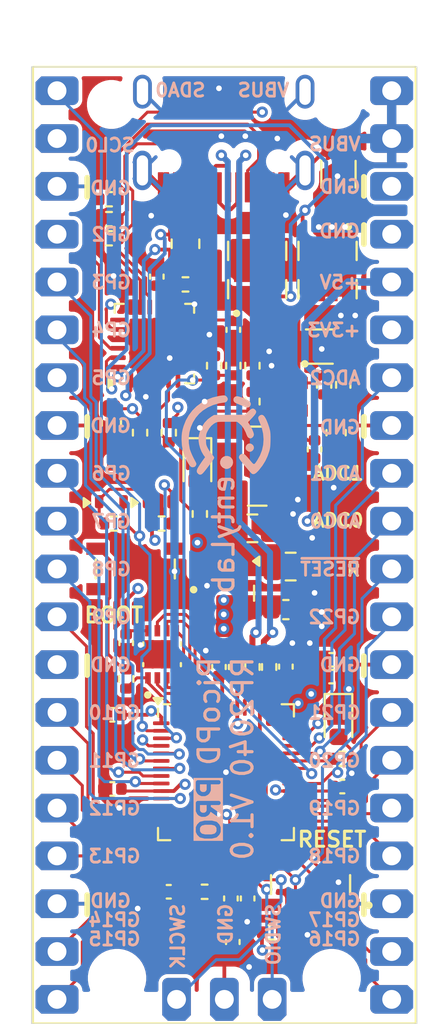
<source format=kicad_pcb>
(kicad_pcb (version 20240108) (generator "pcbnew") (generator_version "8.0")
  (layers (0 "F.Cu" signal) (1 "In1.Cu" signal) (2 "In2.Cu" signal) (31 "B.Cu" signal) (34 "B.Paste" user) (35 "F.Paste" user) (36 "B.SilkS" user "B.Silkscreen") (37 "F.SilkS" user "F.Silkscreen") (38 "B.Mask" user) (39 "F.Mask" user) (44 "Edge.Cuts" user))
  (net 0 "")
  (net 1 "GND")
  (net 2 "/V5V")
  (net 3 "Net-(U1-IFB)")
  (net 4 "/V18")
  (net 5 "/VBUS")
  (net 6 "/VBUS_SENSED")
  (net 7 "+3.3V")
  (net 8 "/XIN")
  (net 9 "Net-(C8-Pad1)")
  (net 10 "+1V1")
  (net 11 "Net-(D1-A)")
  (net 12 "/CC1")
  (net 13 "/D_N")
  (net 16 "/CC2")
  (net 17 "/D_P")
  (net 18 "/SCL_0")
  (net 19 "/SCL_5V")
  (net 20 "/SDA_0")
  (net 21 "/SDA_5V")
  (net 22 "/VBUS_SW")
  (net 23 "/~{QSPI_CS}")
  (net 24 "/~{BOOT}")
  (net 25 "/USB_N")
  (net 26 "/USB_P")
  (net 27 "/D+")
  (net 28 "/D-")
  (net 29 "GPIO25")
  (net 30 "/~{RESET}")
  (net 31 "/XOUT")
  (net 32 "Net-(U1-PWR_EN)")
  (net 33 "/NTC")
  (net 36 "+5V")
  (net 37 "Net-(U10-SS)")
  (net 38 "Net-(R10-Pad1)")
  (net 39 "Net-(U10-RT)")
  (net 40 "/TPS_FB")
  (net 41 "/TPS_BOOT")
  (net 42 "/TPS_SW")
  (net 45 "/GPIO13")
  (net 46 "/GPIO14")
  (net 47 "/GPIO3")
  (net 48 "/QSPI_SCLK")
  (net 49 "/ADC2")
  (net 50 "/GPIO5")
  (net 51 "/GPIO17")
  (net 52 "/GPIO19")
  (net 53 "/GPIO16")
  (net 54 "/GPIO15")
  (net 55 "/GPIO18")
  (net 56 "/GPIO22")
  (net 57 "/PD_INT")
  (net 58 "/GPIO2")
  (net 59 "/ADC0")
  (net 60 "/GPIO4")
  (net 61 "/GPIO10")
  (net 62 "/GPIO11")
  (net 63 "/GPIO8")
  (net 64 "/QSPI_SD3")
  (net 65 "/QSPI_SD1")
  (net 66 "/QSPI_SD2")
  (net 67 "/ADC1")
  (net 68 "/GPIO7")
  (net 69 "/SWCLK")
  (net 70 "/GPIO9")
  (net 71 "/GPIO6")
  (net 72 "/QSPI_SD0")
  (net 73 "/GPIO21")
  (net 74 "/SWDIO")
  (net 75 "/GPIO12")
  (net 76 "/ADC3")
  (net 77 "/GPIO23")
  (net 78 "/GPIO20")
  (net 79 "Net-(U1-VOUT)")
  (net 84 "/NMOS")
  (net 85 "/PD_INT_3V")
  (net 86 "Net-(D2-A)")
  (footprint "Resistor_SMD:R_0402_1005Metric" (layer "F.Cu") (at 83.058 40.984 180)
    (property "Reference" "R2" (hide yes))
    (property "Value" "5.1k")
  )
  (footprint "Resistor_SMD:R_0402_1005Metric" (layer "F.Cu") (at 94.488 49.784 -90)
    (property "Reference" "R9" (hide yes))
    (property "Value" "10k")
  )
  (footprint "Package_DFN_QFN:QFN-56-1EP_7x7mm_P0.4mm_EP3.2x3.2mm" (layer "F.Cu") (at 89.2725 70.358)
    (property "Reference" "U4" (hide yes))
    (property "Value" "RP2040")
  )
  (footprint "Resistor_SMD:R_0402_1005Metric" (layer "F.Cu") (at 95.504 49.784 90)
    (property "Reference" "R10" (hide yes))
    (property "Value" "10k")
  )
  (footprint "Resistor_SMD:R_0402_1005Metric" (layer "F.Cu") (at 90.678 48.768 90)
    (property "Reference" "R18" (hide yes))
    (property "Value" "10k")
  )
  (footprint "Capacitor_SMD:C_0402_1005Metric" (layer "F.Cu") (at 93.98 53.213 -90)
    (property "Reference" "C19" (hide yes))
    (property "Value" "100nF")
  )
  (footprint "Resistor_SMD:R_0402_1005Metric" (layer "F.Cu") (at 87.122 44.45)
    (property "Reference" "TH1" (hide yes))
    (property "Value" "Thermistor_NTC")
  )
  (footprint "Resistor_SMD:R_0402_1005Metric" (layer "F.Cu") (at 83.312 57.15)
    (property "Reference" "R5" (hide yes))
    (property "Value" "5.1k")
  )
  (footprint "Capacitor_SMD:C_0402_1005Metric" (layer "F.Cu") (at 86.233 76.708 180)
    (property "Reference" "C7" (hide yes))
    (property "Value" "30pF")
  )
  (footprint "Capacitor_SMD:C_0402_1005Metric" (layer "F.Cu") (at 94.869 64.389)
    (property "Reference" "C18" (hide yes))
    (property "Value" "2.2uF")
  )
  (footprint "Package_TO_SOT_SMD:SOT-323_SC-70" (layer "F.Cu") (at 83.185 54.991 90)
    (property "Reference" "Q2" (hide yes))
    (property "Value" "BSS138")
  )
  (footprint "Capacitor_SMD:C_0805_2012Metric" (layer "F.Cu") (at 92.71 59.436)
    (property "Reference" "C20" (hide yes))
    (property "Value" "22u")
  )
  (footprint "Resistor_SMD:R_0402_1005Metric" (layer "F.Cu") (at 83.9724 65.405 -90)
    (property "Reference" "R8" (hide yes))
    (property "Value" "1k")
  )
  (footprint "Capacitor_SMD:C_0402_1005Metric" (layer "F.Cu") (at 94.869 65.278)
    (property "Reference" "C17" (hide yes))
    (property "Value" "100nF")
  )
  (footprint "Package_TO_SOT_SMD:SOT-23-5" (layer "F.Cu") (at 89.2048 60.452 -90)
    (property "Reference" "U7" (hide yes))
    (property "Value" "AP2204K-3.3")
  )
  (footprint "Capacitor_SMD:C_0603_1608Metric" (layer "F.Cu") (at 92.456 61.722)
    (property "Reference" "C24" (hide yes))
    (property "Value" "1u")
  )
  (footprint "Resistor_SMD:R_0402_1005Metric" (layer "F.Cu") (at 85.852 57.15)
    (property "Reference" "R4" (hide yes))
    (property "Value" "5.1k")
  )
  (footprint "Capacitor_SMD:C_0402_1005Metric" (layer "F.Cu") (at 83.9724 63.5 -90)
    (property "Reference" "C6" (hide yes))
    (property "Value" "100nF")
  )
  (footprint "Capacitor_SMD:C_1206_3216Metric" (layer "F.Cu") (at 95.25 38.6 90)
    (property "Reference" "C5" (hide yes))
    (property "Value" "10u")
  )
  (footprint "Resistor_SMD:R_0402_1005Metric" (layer "F.Cu") (at 90.678 64.77 -90)
    (property "Reference" "R11" (hide yes))
    (property "Value" "27R")
  )
  (footprint "Resistor_SMD:R_0402_1005Metric" (layer "F.Cu") (at 84.709 52.324 -90)
    (property "Reference" "R6" (hide yes))
    (property "Value" "5.1k")
  )
  (footprint "Capacitor_SMD:C_0402_1005Metric" (layer "F.Cu") (at 85.598 44.0365 90)
    (property "Reference" "C2" (hide yes))
    (property "Value" "100nF")
  )
  (footprint "Transistor_MOSFET:DFN-8(3.3x3.3)" (layer "F.Cu") (at 94.671 43.68837 -90)
    (property "Reference" "U6" (hide yes))
    (property "Value" "AON7262E")
  )
  (footprint "Resistor_SMD:R_0402_1005Metric" (layer "F.Cu") (at 91.567 64.77 -90)
    (property "Reference" "R12" (hide yes))
    (property "Value" "27R")
  )
  (footprint "Capacitor_SMD:C_0402_1005Metric" (layer "F.Cu") (at 95.4532 71.12)
    (property "Reference" "C15" (hide yes))
    (property "Value" "100nF")
  )
  (footprint "Capacitor_SMD:C_0402_1005Metric" (layer "F.Cu") (at 92.456 64.75 90)
    (property "Reference" "C13" (hide yes))
    (property "Value" "2.2uF")
  )
  (footprint "Capacitor_SMD:C_0805_2012Metric" (layer "F.Cu") (at 90.678 57.404)
    (property "Reference" "C25" (hide yes))
    (property "Value" "22u")
  )
  (footprint "Capacitor_SMD:C_0402_1005Metric" (layer "F.Cu") (at 83.2358 67.31 180)
    (property "Reference" "C16" (hide yes))
    (property "Value" "100nF")
  )
  (footprint "Capacitor_SMD:C_0603_1608Metric" (layer "F.Cu") (at 95.123 52.324 -90)
    (property "Reference" "C23" (hide yes))
    (property "Value" "33n")
  )
  (footprint "Capacitor_SMD:C_0402_1005Metric" (layer "F.Cu") (at 89.535 77.0636 -90)
    (property "Reference" "C12" (hide yes))
    (property "Value" "100nF")
  )
  (footprint "Capacitor_SMD:C_0402_1005Metric" (layer "F.Cu") (at 89.789 64.77 90)
    (property "Reference" "C14" (hide yes))
    (property "Value" "100nF")
  )
  (footprint "LED_SMD:LED_0603_1608Metric" (layer "F.Cu") (at 87.757 54.102 -90)
    (property "Reference" "D2" (hide yes))
    (property "Value" "GREEN")
  )
  (footprint "Centy_Miscellaneous:8-USON" (layer "F.Cu") (at 85.8774 64.0953 90)
    (property "Reference" "U3" (hide yes))
    (property "Value" "W25Q16JVUXIQ_TR")
  )
  (footprint "LED_SMD:LED_0603_1608Metric" (layer "F.Cu") (at 95.25 67.691 -90)
    (property "Reference" "D1" (hide yes))
    (property "Value" "GREEN")
  )
  (footprint "Resistor_SMD:R_0402_1005Metric" (layer "F.Cu") (at 87.884 56.642 90)
    (property "Reference" "R21" (hide yes))
    (property "Value" "5.1k")
  )
  (footprint "Capacitor_SMD:C_0402_1005Metric" (layer "F.Cu") (at 90.424 77.0636 -90)
    (property "Reference" "C9" (hide yes))
    (property "Value" "100nF")
  )
  (footprint "Package_TO_SOT_SMD:SOT-323_SC-70" (layer "F.Cu") (at 85.725 54.991 90)
    (property "Reference" "Q1" (hide yes))
    (property "Value" "BSS138")
  )
  (footprint "Resistor_SMD:R_0402_1005Metric" (layer "F.Cu") (at 89.662 48.768 90)
    (property "Reference" "R20" (hide yes))
    (property "Value" "10k")
  )
  (footprint "Capacitor_SMD:C_0402_1005Metric" (layer "F.Cu") (at 83.2358 71.247 180)
    (property "Reference" "C10" (hide yes))
    (property "Value" "100nF")
  )
  (footprint "Capacitor_SMD:C_0402_1005Metric" (layer "F.Cu") (at 89.6366 79.375 -90)
    (property "Reference" "C8" (hide yes))
    (property "Value" "30pF")
  )
  (footprint "Resistor_SMD:R_0402_1005Metric" (layer "F.Cu") (at 91.694 78.867)
    (property "Reference" "R14" (hide yes))
    (property "Value" "10k")
  )
  (footprint "Resistor_SMD:R_0402_1005Metric" (layer "F.Cu") (at 88.646 48.768 -90)
    (property "Reference" "R19" (hide yes))
    (property "Value" "5.1k")
  )
  (footprint "Resistor_SMD:R_0402_1005Metric" (layer "F.Cu") (at 88.138 76.708)
    (property "Reference" "R15" (hide yes))
    (property "Value" "1k")
  )
  (footprint "Inductor_SMD:L_Wuerth_MAPI-4020" (layer "F.Cu") (at 90.932 54.102 180)
    (property "Reference" "L1" (hide yes))
    (property "Value" "3.3u")
  )
  (footprint "Resistor_SMD:R_0402_1005Metric" (layer "F.Cu") (at 83.058 42 180)
    (property "Reference" "R1" (hide yes))
    (property "Value" "5.1k")
  )
  (footprint "Capacitor_SMD:C_1206_3216Metric" (layer "F.Cu") (at 94.234 47.752)
    (property "Reference" "C4" (hide yes))
    (property "Value" "10u")
  )
  (footprint "Capacitor_SMD:C_0402_1005Metric" (layer "F.Cu") (at 89.662 46.863 -90)
    (property "Reference" "C3" (hide yes))
    (property "Value" "100nF")
  )
  (footprint "Resistor_SMD:R_0402_1005Metric" (layer "F.Cu") (at 83.058 39.925)
    (property "Reference" "R16" (hide yes))
    (property "Value" "27R")
  )
  (footprint "Transistor_MOSFET:DFN-8(3.3x3.3)" (layer "F.Cu") (at 90.932 43.688 90)
    (property "Reference" "U5" (hide yes))
    (property "Value" "AON7262E")
  )
  (footprint "Resistor_SMD:R_0402_1005Metric" (layer "F.Cu") (at 95.4532 69.6468)
    (property "Reference" "R13" (hide yes))
    (property "Value" "1k")
  )
  (footprint "Capacitor_SMD:C_0402_1005Metric" (layer "F.Cu") (at 88.9 64.77 90)
    (property "Reference" "C11" (hide yes))
    (property "Value" "100nF")
  )
  (footprint "Interface_USBC:QFN-24-1EP_4x4mm_P0.5mm_EP2.6x2.6mm" (layer "F.Cu") (at 85.471 47.5925 90)
    (property "Reference" "U1" (hide yes))
    (property "Value" "AP33772S")
  )
  (footprint "Resistor_SMD:R_0805_2012Metric" (layer "F.Cu") (at 87.122 42.291 -90)
    (property "Reference" "R7" (hide yes))
    (property "Value" "5m")
  )
  (footprint "Capacitor_SMD:C_0603_1608Metric" (layer "F.Cu") (at 83.185 51.816 -90)
    (property "Reference" "C1" (hide yes))
    (property "Value" "1u")
  )
  (footprint "Connector_USBC:USB_C_GSwitch" (layer "F.Cu") (at 89.154 39.547 180)
    (property "Reference" "J1" (hide yes))
    (property "Value" "USB_C_Receptacle_USB2.0_16P")
  )
  (footprint "Power_Converter:SOT583" (layer "F.Cu") (at 92.71 50.419 -90)
    (property "Reference" "U10" (hide yes))
    (property "Value" "TPS62933DRLR")
  )
  (footprint "Centy_Miscellaneous:Button_3.2x2.5" (layer "F.Cu") (at 93.7675 76.327 180)
    (property "Reference" "U8" (hide yes))
    (property "Value" "~")
  )
  (footprint "Resistor_SMD:R_0402_1005Metric" (layer "F.Cu") (at 86.233 52.324 -90)
    (property "Reference" "R3" (hide yes))
    (property "Value" "5.1k")
  )
  (footprint "Crystal:Crystal_SMD_3225-4Pin_3.2x2.5mm" (layer "F.Cu") (at 87.122 78.994 180)
    (property "Reference" "Y1" (hide yes))
    (property "Value" "12MHz")
  )
  (footprint "Centy_Miscellaneous:PicoPD_Pinout" (layer "F.Cu") (at 89.187 33.193)
    (property "Reference" "J2" (hide yes))
    (property "Value" "PICO_PINOUT")
  )
  (footprint "Resistor_SMD:R_0402_1005Metric" (layer "F.Cu") (at 90.678 50.673 90)
    (property "Reference" "R17" (hide yes))
    (property "Value" "52.3k")
  )
  (footprint "Centy_Miscellaneous:Button_3.2x2.5" (layer "F.Cu") (at 84.455 59.563 180)
    (property "Reference" "U9" (hide yes))
    (property "Value" "~")
  )
  (footprint "Logo:CentyLab_logo" (layer "B.Cu") (at 89.281 52.451 -90)
    (property "Reference" "G***" (hide yes))
    (property "Value" "LOGO" (hide yes))
  )
  (gr_line (start 96.6 76.884) (end 96.6 77.9) (stroke (width 0.3)) (layer "F.SilkS"))
  (gr_line (start 81.9 51.484) (end 81.9 52.5) (stroke (width 0.3)) (layer "F.SilkS"))
  (gr_line (start 81.9 64.184) (end 81.9 65.2) (stroke (width 0.3)) (layer "F.SilkS"))
  (gr_line (start 96.6 38.735) (end 96.6 39.751) (stroke (width 0.3)) (layer "F.SilkS"))
  (gr_line (start 96.6 51.484) (end 96.6 52.5) (stroke (width 0.3)) (layer "F.SilkS"))
  (gr_line (start 96.6 64.192) (end 96.6 65.208) (stroke (width 0.3)) (layer "F.SilkS"))
  (gr_line (start 81.9 76.884) (end 81.9 77.9) (stroke (width 0.3)) (layer "F.SilkS"))
  (gr_line (start 96.6 41.292) (end 96.6 42.308) (stroke (width 0.3)) (layer "F.SilkS"))
  (gr_line (start 81.9 38.784) (end 81.9 39.8) (stroke (width 0.3)) (layer "F.SilkS"))
  (gr_rect (start 78.9432 32.893) (end 99.4156 83.7184) (stroke (width 0.05)) (fill none) (layer "Edge.Cuts"))
  (gr_text "GP5" (at 84.308 49.828 0) (layer "B.SilkS") (effects (font (size 0.7 0.7) (thickness 0.15) (bold yes)) (justify left bottom mirror)))
  (gr_text "GND" (at 89.662 77.26 90) (layer "B.SilkS") (effects (font (size 0.7 0.7) (thickness 0.15) (bold yes)) (justify left bottom mirror)))
  (gr_text "GP2" (at 84.308 42.208 0) (layer "B.SilkS") (effects (font (size 0.7 0.7) (thickness 0.15) (bold yes)) (justify left bottom mirror)))
  (gr_text "GND" (at 96.5 39.668 0) (layer "B.SilkS") (effects (font (size 0.7 0.7) (thickness 0.15) (bold yes)) (justify left bottom mirror)))
  (gr_text "ADC1" (at 96.5 54.908 0) (layer "B.SilkS") (effects (font (size 0.7 0.7) (thickness 0.15) (bold yes)) (justify left bottom mirror)))
  (gr_text "PicoPD\nRP2040 V1.0" (at 90.8 64.127 90) (layer "B.SilkS") (effects (font (size 1.1 1.1) (thickness 0.17)) (justify left bottom mirror)))
  (gr_text "GP7" (at 84.308 57.448 0) (layer "B.SilkS") (effects (font (size 0.7 0.7) (thickness 0.15) (bold yes)) (justify left bottom mirror)))
  (gr_text "PRO" (at 89.027 70.485 90) (layer "B.SilkS" knockout) (effects (font (size 1.1 1.1) (thickness 0.22) (bold yes)) (justify left bottom mirror)))
  (gr_text "GP17" (at 96.5 78.613 0) (layer "B.SilkS") (effects (font (size 0.7 0.7) (thickness 0.15) (bold yes)) (justify left bottom mirror)))
  (gr_text "SWDIO" (at 92.202 77.26 90) (layer "B.SilkS") (effects (font (size 0.7 0.7) (thickness 0.15) (bold yes)) (justify left bottom mirror)))
  (gr_text "entyLab" (at 89.789 54.483 90) (layer "B.SilkS") (effects (font (size 1.1 1.1) (thickness 0.17)) (justify left bottom mirror)))
  (gr_text "GND" (at 84.308 39.751 0) (layer "B.SilkS") (effects (font (size 0.7 0.7) (thickness 0.15) (bold yes)) (justify left bottom mirror)))
  (gr_text "SCL0" (at 84.5112 37.465 0) (layer "B.SilkS") (effects (font (size 0.7 0.7) (thickness 0.15) (bold yes)) (justify left bottom mirror)))
  (gr_text "GP4" (at 84.308 47.288 0) (layer "B.SilkS") (effects (font (size 0.7 0.7) (thickness 0.15) (bold yes)) (justify left bottom mirror)))
  (gr_text "VBUS" (at 92.71 34.544 0) (layer "B.SilkS") (effects (font (size 0.7 0.7) (thickness 0.15) (bold yes)) (justify left bottom mirror)))
  (gr_text "+3V3" (at 96.5 47.288 0) (layer "B.SilkS") (effects (font (size 0.7 0.7) (thickness 0.15) (bold yes)) (justify left bottom mirror)))
  (gr_text "GP8" (at 84.308 59.988 0) (layer "B.SilkS") (effects (font (size 0.7 0.7) (thickness 0.15) (bold yes)) (justify left bottom mirror)))
  (gr_text "GP12" (at 84.816 72.688 0) (layer "B.SilkS") (effects (font (size 0.7 0.7) (thickness 0.15) (bold yes)) (justify left bottom mirror)))
  (gr_text "GP22" (at 96.5 62.528 0) (layer "B.SilkS") (effects (font (size 0.7 0.7) (thickness 0.15) (bold yes)) (justify left bottom mirror)))
  (gr_text "GND" (at 96.4746 42.0302 0) (layer "B.SilkS") (effects (font (size 0.7 0.7) (thickness 0.15) (bold yes)) (justify left bottom mirror)))
  (gr_text "GND" (at 96.5 52.451 0) (layer "B.SilkS") (effects (font (size 0.7 0.7) (thickness 0.15) (bold yes)) (justify left bottom mirror)))
  (gr_text "GP3" (at 84.308 44.748 0) (layer "B.SilkS") (effects (font (size 0.7 0.7) (thickness 0.15) (bold yes)) (justify left bottom mirror)))
  (gr_text "GND" (at 84.308 52.368 0) (layer "B.SilkS") (effects (font (size 0.7 0.7) (thickness 0.15) (bold yes)) (justify left bottom mirror)))
  (gr_text "GND" (at 84.308 65.068 0) (layer "B.SilkS") (effects (font (size 0.7 0.7) (thickness 0.15) (bold yes)) (justify left bottom mirror)))
  (gr_text "GP10" (at 84.816 67.608 0) (layer "B.SilkS") (effects (font (size 0.7 0.7) (thickness 0.15) (bold yes)) (justify left bottom mirror)))
  (gr_text "GP16" (at 96.5 79.629 0) (layer "B.SilkS") (effects (font (size 0.7 0.7) (thickness 0.15) (bold yes)) (justify left bottom mirror)))
  (gr_text "SDA0" (at 88.265 34.544 0) (layer "B.SilkS") (effects (font (size 0.7 0.7) (thickness 0.15) (bold yes)) (justify left bottom mirror)))
  (gr_text "ADC2" (at 96.5 49.828 0) (layer "B.SilkS") (effects (font (size 0.7 0.7) (thickness 0.15) (bold yes)) (justify left bottom mirror)))
  (gr_text "GP21" (at 96.5 67.608 0) (layer "B.SilkS") (effects (font (size 0.7 0.7) (thickness 0.15) (bold yes)) (justify left bottom mirror)))
  (gr_text "VBUS" (at 96.5 37.4074 0) (layer "B.SilkS") (effects (font (size 0.7 0.7) (thickness 0.15) (bold yes)) (justify left bottom mirror)))
  (gr_text "GP14" (at 84.816 78.613 0) (layer "B.SilkS") (effects (font (size 0.7 0.7) (thickness 0.15) (bold yes)) (justify left bottom mirror)))
  (gr_text "GP11" (at 84.816 70.148 0) (layer "B.SilkS") (effects (font (size 0.7 0.7) (thickness 0.15) (bold yes)) (justify left bottom mirror)))
  (gr_text "GND" (at 84.308 77.597 0) (layer "B.SilkS") (effects (font (size 0.7 0.7) (thickness 0.15) (bold yes)) (justify left bottom mirror)))
  (gr_text "GND" (at 96.5 77.597 0) (layer "B.SilkS") (effects (font (size 0.7 0.7) (thickness 0.15) (bold yes)) (justify left bottom mirror)))
  (gr_text "+5V" (at 96.5 44.748 0) (layer "B.SilkS") (effects (font (size 0.7 0.7) (thickness 0.15) (bold yes)) (justify left bottom mirror)))
  (gr_text "GP18" (at 96.5 75.228 0) (layer "B.SilkS") (effects (font (size 0.7 0.7) (thickness 0.15) (bold yes)) (justify left bottom mirror)))
  (gr_text "GP15" (at 84.816 79.629 0) (layer "B.SilkS") (effects (font (size 0.7 0.7) (thickness 0.15) (bold yes)) (justify left bottom mirror)))
  (gr_text "GP20" (at 96.5 70.148 0) (layer "B.SilkS") (effects (font (size 0.7 0.7) (thickness 0.15) (bold yes)) (justify left bottom mirror)))
  (gr_text "GP19" (at 96.5 72.688 0) (layer "B.SilkS") (effects (font (size 0.7 0.7) (thickness 0.15) (bold yes)) (justify left bottom mirror)))
  (gr_text "ADC0" (at 96.5 57.448 0) (layer "B.SilkS") (effects (font (size 0.7 0.7) (thickness 0.15) (bold yes)) (justify left bottom mirror)))
  (gr_text "SWCLK" (at 87.122 77.26 90) (layer "B.SilkS") (effects (font (size 0.7 0.7) (thickness 0.15) (bold yes)) (justify left bottom mirror)))
  (gr_text "GP6" (at 84.308 54.908 0) (layer "B.SilkS") (effects (font (size 0.7 0.7) (thickness 0.15) (bold yes)) (justify left bottom mirror)))
  (gr_text "GP9" (at 84.308 62.528 0) (layer "B.SilkS") (effects (font (size 0.7 0.7) (thickness 0.15) (bold yes)) (justify left bottom mirror)))
  (gr_text "~{RESET}" (at 96.5 59.988 0) (layer "B.SilkS") (effects (font (size 0.7 0.7) (thickness 0.15) (bold yes)) (justify left bottom mirror)))
  (gr_text "GND" (at 96.5 65.068 0) (layer "B.SilkS") (effects (font (size 0.7 0.7) (thickness 0.15) (bold yes)) (justify left bottom mirror)))
  (gr_text "GP13" (at 84.816 75.228 0) (layer "B.SilkS") (effects (font (size 0.7 0.7) (thickness 0.15) (bold yes)) (justify left bottom mirror)))
  (gr_text "RESET" (at 92.9894 74.3966 0) (layer "F.SilkS") (effects (font (size 0.8 0.8) (thickness 0.16) (bold yes)) (justify left bottom)))
  (gr_text "ADC1" (at 93.8 54.9 0) (layer "F.SilkS") (effects (font (size 0.7 0.7) (thickness 0.15) (bold yes)) (justify left bottom)))
  (gr_text "ADC0" (at 93.8 57.4 0) (layer "F.SilkS") (effects (font (size 0.7 0.7) (thickness 0.15) (bold yes)) (justify left bottom)))
  (gr_text "~{R}" (at 95.6 60 0) (layer "F.SilkS") (effects (font (size 0.7 0.7) (thickness 0.15) (bold yes)) (justify left bottom)))
  (gr_text "BOOT" (at 81.661 62.484 0) (layer "F.SilkS") (effects (font (size 0.8 0.8) (thickness 0.16) (bold yes)) (justify left bottom)))
  (segment (start 83.5335 47.3425) (end 85.221 47.3425) (width 0.16) (layer "F.Cu") (net 1))
  (segment (start 84.721 49.53) (end 85.221 49.53) (width 0.16) (layer "F.Cu") (net 1))
  (segment (start 87.4085 46.8425) (end 86.221 46.8425) (width 0.16) (layer "F.Cu") (net 1))
  (segment (start 92.504 39.293) (end 92.578 39.293) (width 0.4) (layer "F.Cu") (net 1))
  (segment (start 86.221 45.655) (end 86.221 46.8425) (width 0.16) (layer "F.Cu") (net 1))
  (segment (start 85.221 47.8425) (end 85.471 47.5925) (width 0.16) (layer "F.Cu") (net 1))
  (segment (start 85.804 39.293) (end 85.73 39.293) (width 0.4) (layer "F.Cu") (net 1))
  (segment (start 85.221 49.53) (end 85.221 47.8425) (width 0.16) (layer "F.Cu") (net 1))
  (segment (start 92.578 39.293) (end 93.474 38.397) (width 0.4) (layer "F.Cu") (net 1))
  (segment (start 85.73 39.293) (end 84.834 38.397) (width 0.4) (layer "F.Cu") (net 1))
  (segment (start 86.221 46.8425) (end 85.471 47.5925) (width 0.16) (layer "F.Cu") (net 1))
  (segment (start 85.221 47.3425) (end 85.471 47.5925) (width 0.16) (layer "F.Cu") (net 1))
  (via (at 90.3 36.576) (size 0.6) (drill 0.3) (layers "F.Cu" "B.Cu") (net 1))
  (via (at 83.6 72.255) (size 0.6) (drill 0.3) (layers "F.Cu" "B.Cu") (net 1))
  (via (at 88.9 34.036) (size 0.6) (drill 0.3) (layers "F.Cu" "B.Cu") (net 1))
  (via (at 85.0138 50.419) (size 0.6) (drill 0.3) (layers "F.Cu" "B.Cu") (net 1))
  (via (at 93.726 63.5) (size 0.6) (drill 0.3) (layers "F.Cu" "B.Cu") (net 1))
  (via (at 85.3 40.8) (size 0.6) (drill 0.3) (layers "F.Cu" "B.Cu") (net 1))
  (via (at 92.837 56.642) (size 0.6) (drill 0.3) (layers "F.Cu" "B.Cu") (net 1))
  (via (at 86.5378 59.69) (size 0.6) (drill 0.3) (layers "F.Cu" "B.Cu") (net 1))
  (via (at 94.361 62.611) (size 0.6) (drill 0.3) (layers "F.Cu" "B.Cu") (net 1))
  (via (at 94.361 47.879) (size 0.6) (drill 0.3) (layers "F.Cu" "B.Cu") (net 1))
  (via (at 92.8 63.5) (size 0.6) (drill 0.3) (layers "F.Cu" "B.Cu") (net 1))
  (via (at 89.2725 70.358) (size 0.6) (drill 0.3) (layers "F.Cu" "B.Cu") (net 1))
  (via (at 95.377 46.101) (size 0.6) (drill 0.3) (layers "F.Cu" "B.Cu") (net 1))
  (via (at 84.7344 63.6016) (size 0.6) (drill 0.3) (layers "F.Cu" "B.Cu") (net 1))
  (via (at 83.3 44) (size 0.6) (drill 0.3) (layers "F.Cu" "B.Cu") (net 1))
  (via (at 94.996 55.245) (size 0.6) (drill 0.3) (layers "F.Cu" "B.Cu") (net 1))
  (via (at 92.456 40.767) (size 0.6) (drill 0.3) (layers "F.Cu" "B.Cu") (net 1))
  (via (at 95.954 70.412199) (size 0.6) (drill 0.3) (layers "F.Cu" "B.Cu") (net 1))
  (via (at 88.265 60.452) (size 0.6) (drill 0.3) (layers "F.Cu" "B.Cu") (net 1))
  (via (at 86.2838 48.3616) (size 0.6) (drill 0.3) (layers "F.Cu" "B.Cu") (net 1))
  (via (at 90.4 78.3) (size 0.6) (drill 0.3) (layers "F.Cu" "B.Cu") (net 1))
  (via (at 87.884 52.07) (size 0.6) (drill 0.3) (layers "F.Cu" "B.Cu") (net 1))
  (via (at 96.139 46.101) (size 0.6) (drill 0.3) (layers "F.Cu" "B.Cu") (net 1))
  (via (at 95.8 65.9384) (size 0.6) (drill 0.3) (layers "F.Cu" "B.Cu") (net 1))
  (via (at 94.361 61.849) (size 0.6) (drill 0.3) (layers "F.Cu" "B.Cu") (net 1))
  (via (at 84.582 77.597) (size 0.6) (drill 0.3) (layers "F.Cu" "B.Cu") (net 1))
  (via (at 93.091 55.88) (size 0.6) (drill 0.3) (layers "F.Cu" "B.Cu") (net 1))
  (via (at 93.98 60.833) (size 0.6) (drill 0.3) (layers "F.Cu" "B.Cu") (net 1))
  (via (at 95.25 76.2) (size 0.6) (drill 0.3) (layers "F.Cu" "B.Cu") (net 1))
  (via (at 89.027 36.576) (size 0.6) (drill 0.3) (layers "F.Cu" "B.Cu") (net 1))
  (via (at 93.853 57.912) (size 0.6) (drill 0.3) (layers "F.Cu" "B.Cu") (net 1))
  (via (at 87.6 45.5) (size 0.6) (drill 0.3) (layers "F.Cu" "B.Cu") (net 1))
  (via (at 92 36.7) (size 0.6) (drill 0.3) (layers "F.Cu" "B.Cu") (net 1))
  (via (at 93.599 78.994) (size 0.6) (drill 0.3) (layers "F.Cu" "B.Cu") (net 1))
  (via (at 91.694 48.768) (size 0.6) (drill 0.3) (layers "F.Cu" "B.Cu") (net 1))
  (via (at 91.567 48.006) (size 0.6) (drill 0.3) (layers "F.Cu" "B.Cu") (net 1))
  (via (at 90.5 80.7) (size 0.6) (drill 0.3) (layers "F.Cu" "B.Cu") (net 1))
  (via (at 88.2 63.9) (size 0.6) (drill 0.3) (layers "F.Cu" "B.Cu") (net 1))
  (via (at 88.392 47.117) (size 0.6) (drill 0.3) (layers "F.Cu" "B.Cu") (net 1))
  (via (at 88.138 50.673) (size 0.6) (drill 0.3) (layers "F.Cu" "B.Cu") (net 1))
  (segment (start 84.709 51.814) (end 84.709 51.4604) (width 0.16) (layer "F.Cu") (net 2))
  (segment (start 86.7156 51.3314) (end 86.233 51.814) (width 0.16) (layer "F.Cu") (net 2))
  (segment (start 83.1534 45.5) (end 82.9 45.7534) (width 0.16) (layer "F.Cu") (net 2))
  (segment (start 83.248036 46.8425) (end 83.5335 46.8425) (width 0.16) (layer "F.Cu") (net 2))
  (segment (start 82.921 46.515464) (end 83.248036 46.8425) (width 0.16) (layer "F.Cu") (net 2))
  (segment (start 84.709 51.4604) (end 84.3026 51.054) (width 0.16) (layer "F.Cu") (net 2))
  (segment (start 86.7156 50.9778) (end 86.7156 51.3314) (width 0.16) (layer "F.Cu") (net 2))
  (segment (start 82.921 45.821) (end 82.921 46.515464) (width 0.16) (layer "F.Cu") (net 2))
  (segment (start 84.3026 51.054) (end 83.198 51.054) (width 0.16) (layer "F.Cu") (net 2))
  (segment (start 82.9 45.8) (end 82.921 45.821) (width 0.16) (layer "F.Cu") (net 2))
  (segment (start 83.185 51.041) (end 83.185 51.0085) (width 0.16) (layer "F.Cu") (net 2))
  (segment (start 83.198 51.054) (end 83.185 51.041) (width 0.16) (layer "F.Cu") (net 2))
  (segment (start 82.9 45.7534) (end 82.9 45.8) (width 0.16) (layer "F.Cu") (net 2))
  (via (at 83.1534 45.5) (size 0.6) (drill 0.3) (layers "F.Cu" "B.Cu") (net 2))
  (via (at 86.7156 50.9778) (size 0.6) (drill 0.3) (layers "F.Cu" "B.Cu") (net 2))
  (via (at 84.3026 51.054) (size 0.6) (drill 0.3) (layers "F.Cu" "B.Cu") (net 2))
  (segment (start 85.721 44.6395) (end 85.598 44.5165) (width 0.16) (layer "F.Cu") (net 3))
  (segment (start 85.721 45.655) (end 85.721 44.6395) (width 0.16) (layer "F.Cu") (net 3))
  (segment (start 87.4085 46.3425) (end 89.4945 46.3425) (width 0.16) (layer "F.Cu") (net 4))
  (segment (start 89.4945 46.3425) (end 89.535 46.383) (width 0.16) (layer "F.Cu") (net 4))
  (segment (start 85.8 41.8) (end 86.7005 41.8) (width 0.2) (layer "F.Cu") (net 5))
  (segment (start 86.7005 41.8) (end 87.122 41.3785) (width 0.2) (layer "F.Cu") (net 5))
  (segment (start 84.221 50.074565) (end 84.221 49.53) (width 0.16) (layer "F.Cu") (net 5))
  (segment (start 83.947 50.348565) (end 84.221 50.074565) (width 0.16) (layer "F.Cu") (net 5))
  (via (at 83.947 50.348565) (size 0.6) (drill 0.3) (layers "F.Cu" "B.Cu") (net 5))
  (via (at 85.8 41.8) (size 0.6) (drill 0.3) (layers "F.Cu" "B.Cu") (net 5))
  (segment (start 86.02 42.815392) (end 86.02 42.02) (width 0.2) (layer "B.Cu") (net 5))
  (segment (start 85.22 48.120157) (end 85.22 43.615392) (width 0.2) (layer "B.Cu") (net 5))
  (segment (start 83.947 50.348565) (end 84.040157 50.255408) (width 0.2) (layer "B.Cu") (net 5))
  (segment (start 85.22 43.615392) (end 86.02 42.815392) (width 0.2) (layer "B.Cu") (net 5))
  (segment (start 84.040157 50.255408) (end 84.040157 49.3) (width 0.2) (layer "B.Cu") (net 5))
  (segment (start 84.040157 49.3) (end 85.22 48.120157) (width 0.2) (layer "B.Cu") (net 5))
  (segment (start 86.02 42.02) (end 85.8 41.8) (width 0.2) (layer "B.Cu") (net 5))
  (segment (start 85.5 42.6) (end 86.5185 42.6) (width 0.2) (layer "F.Cu") (net 6))
  (segment (start 83.5335 49.342064) (end 83.520157 49.355407) (width 0.16) (layer "F.Cu") (net 6))
  (segment (start 86.5185 42.6) (end 87.122 43.2035) (width 0.2) (layer "F.Cu") (net 6))
  (segment (start 83.5335 48.8425) (end 83.5335 49.342064) (width 0.16) (layer "F.Cu") (net 6))
  (via (at 83.520157 49.355407) (size 0.6) (drill 0.3) (layers "F.Cu" "B.Cu") (net 6))
  (via (at 85.5 42.6) (size 0.6) (drill 0.3) (layers "F.Cu" "B.Cu") (net 6))
  (segment (start 84.9 43.2) (end 85.5 42.6) (width 0.2) (layer "B.Cu") (net 6))
  (segment (start 83.520157 49.355407) (end 84.9 47.975564) (width 0.2) (layer "B.Cu") (net 6))
  (segment (start 84.9 47.975564) (end 84.9 43.6) (width 0.2) (layer "B.Cu") (net 6))
  (segment (start 84.9 43.6) (end 84.9 43.2) (width 0.2) (layer "B.Cu") (net 6))
  (segment (start 89.4725 73.7955) (end 89.4725 76.5465) (width 0.16) (layer "F.Cu") (net 7))
  (segment (start 91.9672 71.358) (end 91.9092 71.3) (width 0.16) (layer "F.Cu") (net 7))
  (segment (start 83.7158 67.31) (end 85.09 67.31) (width 0.2) (layer "F.Cu") (net 7))
  (segment (start 85.5 67.1) (end 85.3 67.1) (width 0.2) (layer "F.Cu") (net 7))
  (segment (start 89.8725 67.7525) (end 89.9 67.78) (width 0.2) (layer "F.Cu") (net 7))
  (segment (start 85.835 71.358) (end 86.504208 71.358) (width 0.2) (layer "F.Cu") (net 7))
  (segment (start 83.9724 61.2276) (end 84.6 60.6) (width 0.2) (layer "F.Cu") (net 7))
  (segment (start 82.535 55.88) (end 83.085 55.33) (width 0.16) (layer "F.Cu") (net 7))
  (segment (start 86.862208 71) (end 87.1 71) (width 0.2) (layer "F.Cu") (net 7))
  (segment (start 91.184 78.867) (end 91.184 79.784) (width 0.2) (layer "F.Cu") (net 7))
  (segment (start 85.5 58.039) (end 85.342 57.881) (width 0.2) (layer "F.Cu") (net 7))
  (segment (start 89.4725 73.7955) (end 89.4725 72.7725) (width 0.16) (layer "F.Cu") (net 7))
  (segment (start 85.09 67.31) (end 85.3 67.1) (width 0.2) (layer "F.Cu") (net 7))
  (segment (start 85.075 55.88) (end 85.075 56.756) (width 0.16) (layer "F.Cu") (net 7))
  (segment (start 94.7352 71.358) (end 94.9732 71.12) (width 0.16) (layer "F.Cu") (net 7))
  (segment (start 83.8268 71.358) (end 85.835 71.358) (width 0.16) (layer "F.Cu") (net 7))
  (segment (start 86.504208 71.358) (end 86.862208 71) (width 0.2) (layer "F.Cu") (net 7))
  (segment (start 84.1471 62.8453) (end 85.1274 62.8453) (width 0.16) (layer "F.Cu") (net 7))
  (segment (start 89.4725 76.5465) (end 89.5096 76.5836) (width 0.16) (layer "F.Cu") (net 7))
  (segment (start 83.9724 63.02) (end 84.1471 62.8453) (width 0.16) (layer "F.Cu") (net 7))
  (segment (start 91.184 79.784) (end 91.207054 79.807054) (width 0.2) (layer "F.Cu") (net 7))
  (segment (start 85.835 67.435) (end 85.5 67.1) (width 0.2) (layer "F.Cu") (net 7))
  (segment (start 89.4725 66.9205) (end 89.8725 66.9205) (width 0.2) (layer "F.Cu") (net 7))
  (segment (start 83.9724 63.02) (end 83.9724 61.2276) (width 0.2) (layer "F.Cu") (net 7))
  (segment (start 85.075 56.756) (end 85.342 57.023) (width 0.16) (layer "F.Cu") (net 7))
  (segment (start 85.342 57.881) (end 85.342 57.023) (width 0.2) (layer "F.Cu") (net 7))
  (segment (start 89.8725 66.9205) (end 89.8725 65.3335) (width 0.2) (layer "F.Cu") (net 7))
  (segment (start 84.525 55.33) (end 85.075 55.88) (width 0.16) (layer "F.Cu") (net 7))
  (segment (start 82.535 56.756) (end 82.802 57.023) (width 0.16) (layer "F.Cu") (net 7))
  (segment (start 83.085 55.33) (end 84.525 55.33) (width 0.16) (layer "F.Cu") (net 7))
  (segment (start 89.8725 65.3335) (end 89.789 65.25) (width 0.2) (layer "F.Cu") (net 7))
  (segment (start 82.535 55.88) (end 82.535 56.756) (width 0.16) (layer "F.Cu") (net 7))
  (segment (start 92.71 71.358) (end 91.9672 71.358) (width 0.16) (layer "F.Cu") (net 7))
  (segment (start 89.8725 66.9205) (end 89.8725 67.7525) (width 0.2) (layer "F.Cu") (net 7))
  (segment (start 83.7158 71.247) (end 83.8268 71.358) (width 0.16) (layer "F.Cu") (net 7))
  (segment (start 89.4725 72.7725) (end 89.3 72.6) (width 0.16) (layer "F.Cu") (net 7))
  (segment (start 89.789 65.25) (end 89.789 65.123) (width 0.2) (layer "F.Cu") (net 7))
  (segment (start 92.71 71.358) (end 94.7352 71.358) (width 0.16) (layer "F.Cu") (net 7))
  (segment (start 85.835 67.758) (end 85.835 67.435) (width 0.2) (layer "F.Cu") (net 7))
  (via (at 85.5 58.039) (size 0.6) (drill 0.3) (layers "F.Cu" "B.Cu") (net 7))
  (via (at 93.8 66.2) (size 0.6) (drill 0.3) (layers "F.Cu" "B.Cu") (net 7))
  (via (at 89.154 62.738) (size 0.6) (drill 0.3) (layers "F.Cu" "B.Cu") (net 7))
  (via (at 89.3 72.6) (size 0.6) (drill 0.3) (layers "F.Cu" "B.Cu") (net 7))
  (via (at 91.9092 71.3) (size 0.6) (drill 0.3) (layers "F.Cu" "B.Cu") (net 7))
  (via (at 93.1 66.7) (size 0.6) (drill 0.3) (layers "F.Cu" "B.Cu") (net 7))
  (via (at 91.207054 79.807054) (size 0.6) (drill 0.3) (layers "F.Cu" "B.Cu") (net 7))
  (via (at 89.154 61.976) (size 0.6) (drill 0.3) (layers "F.Cu" "B.Cu") (net 7))
  (via (at 87.1 71) (size 0.6) (drill 0.3) (layers "F.Cu" "B.Cu") (net 7))
  (via (at 89.154 61.214) (size 0.6) (drill 0.3) (layers "F.Cu" "B.Cu") (net 7))
  (via (at 84.6 60.6) (size 0.6) (drill 0.3) (layers "F.Cu" "B.Cu") (net 7))
  (via (at 85.3 67.1) (size 0.6) (drill 0.3) (layers "F.Cu" "B.Cu") (net 7))
  (via (at 89.9 67.78) (size 0.6) (drill 0.3) (layers "F.Cu" "B.Cu") (net 7))
  (segment (start 88.2396 74.86422) (end 88.2396 75.8698) (width 0.16) (layer "F.Cu") (net 8))
  (segment (start 87.3226 76.0984) (end 86.713 76.708) (width 0.16) (layer "F.Cu") (net 8))
  (segment (start 88.6725 73.7955) (end 88.6725 74.43132) (width 0.16) (layer "F.Cu") (net 8))
  (segment (start 88.2396 75.8698) (end 88.011 76.0984) (width 0.16) (layer "F.Cu") (net 8))
  (segment (start 86.272 79.844) (end 87.122 78.994) (width 0.16) (layer "F.Cu") (net 8))
  (segment (start 86.022 79.844) (end 86.272 79.844) (width 0.16) (layer "F.Cu") (net 8))
  (segment (start 87.122 78.994) (end 87.122 77.117) (width 0.16) (layer "F.Cu") (net 8))
  (segment (start 88.6725 74.43132) (end 88.2396 74.86422) (width 0.16) (layer "F.Cu") (net 8))
  (segment (start 88.011 76.0984) (end 87.3226 76.0984) (width 0.16) (layer "F.Cu") (net 8))
  (segment (start 87.122 77.117) (end 86.713 76.708) (width 0.16) (layer "F.Cu") (net 8))
  (segment (start 88.222 78.144) (end 88.095 78.144) (width 0.16) (layer "F.Cu") (net 9))
  (segment (start 87.884 77.933) (end 87.884 76.964) (width 0.16) (layer "F.Cu") (net 9))
  (segment (start 88.095 78.144) (end 87.884 77.933) (width 0.16) (layer "F.Cu") (net 9))
  (segment (start 88.8968 78.8188) (end 88.222 78.144) (width 0.16) (layer "F.Cu") (net 9))
  (segment (start 89.6366 78.8188) (end 88.8968 78.8188) (width 0.16) (layer "F.Cu") (net 9))
  (segment (start 87.884 76.964) (end 87.628 76.708) (width 0.16) (layer "F.Cu") (net 9))
  (segment (start 91.0725 68.2725) (end 91.0725 66.9205) (width 0.2) (layer "F.Cu") (net 10))
  (segment (start 88.9 65.25) (end 88.9 65.123) (width 0.2) (layer "F.Cu") (net 10))
  (segment (start 91.1 68.3) (end 91.0725 68.2725) (width 0.2) (layer "F.Cu") (net 10))
  (segment (start 89.8725 73.1955) (end 89.8725 73.7955) (width 0.2) (layer "F.Cu") (net 10))
  (segment (start 89.0725 65.4225) (end 88.9 65.25) (width 0.2) (layer "F.Cu") (net 10))
  (segment (start 91.0725 66.9205) (end 91.0725 66.2043) (width 0.16) (layer "F.Cu") (net 10))
  (segment (start 91.0725 66.2043) (end 91.3638 65.913) (width 0.16) (layer "F.Cu") (net 10))
  (segment (start 90.3224 72.7456) (end 89.8725 73.1955) (width 0.2) (layer "F.Cu") (net 10))
  (segment (start 89.0725 67.8725) (end 89.5 68.3) (width 0.2) (layer "F.Cu") (net 10))
  (segment (start 90.9066 72.7456) (end 90.3224 72.7456) (width 0.2) (layer "F.Cu") (net 10))
  (segment (start 91.3892 72.263) (end 90.9066 72.7456) (width 0.2) (layer "F.Cu") (net 10))
  (segment (start 91.3638 65.913) (end 91.793 65.913) (width 0.16) (layer "F.Cu") (net 10))
  (segment (start 89.0725 66.9205) (end 89.0725 65.4225) (width 0.2) (layer "F.Cu") (net 10))
  (segment (start 89.8725 75.8771) (end 89.8725 73.7955) (width 0.16) (layer "F.Cu") (net 10))
  (segment (start 91.1 68.3) (end 91.3892 68.5892) (width 0.2) (layer "F.Cu") (net 10))
  (segment (start 90.3986 76.5836) (end 90.3986 76.4032) (width 0.16) (layer "F.Cu") (net 10))
  (segment (start 89.0725 66.9205) (end 89.0725 67.8725) (width 0.2) (layer "F.Cu") (net 10))
  (segment (start 91.3892 68.5892) (end 91.3892 72.263) (width 0.2) (layer "F.Cu") (net 10))
  (segment (start 91.793 65.913) (end 92.456 65.25) (width 0.16) (layer "F.Cu") (net 10))
  (segment (start 90.3986 76.4032) (end 89.8725 75.8771) (width 0.16) (layer "F.Cu") (net 10))
  (segment (start 89.5 68.3) (end 91.1 68.3) (width 0.2) (layer "F.Cu") (net 10))
  (segment (start 95.9632 69.723) (end 95.9632 69.1917) (width 0.16) (layer "F.Cu") (net 11))
  (segment (start 95.9632 69.1917) (end 95.25 68.4785) (width 0.16) (layer "F.Cu") (net 11))
  (segment (start 83.566 37.465) (end 83.566 38.121051) (width 0.16) (layer "F.Cu") (net 12))
  (segment (start 91.0082 37.8206) (end 91.0082 36.5252) (width 0.16) (layer "F.Cu") (net 12))
  (segment (start 83.568 40.984) (end 83.098 41.454) (width 0.16) (layer "F.Cu") (net 12))
  (segment (start 90.424 38.4048) (end 91.0082 37.8206) (width 0.16) (layer "F.Cu") (net 12))
  (segment (start 91.0082 36.5252) (end 90.424 35.941) (width 0.16) (layer "F.Cu") (net 12))
  (segment (start 84.038 40.514) (end 83.568 40.984) (width 0.16) (layer "F.Cu") (net 12))
  (segment (start 84.721 44.221) (end 84.721 45.655) (width 0.16) (layer "F.Cu") (net 12))
  (segment (start 90.424 39.293) (end 90.424 38.4048) (width 0.16) (layer "F.Cu") (net 12))
  (segment (start 90.424 35.941) (end 85.09 35.941) (width 0.16) (layer "F.Cu") (net 12))
  (segment (start 84.038 39.597498) (end 84.038 40.514) (width 0.16) (layer "F.Cu") (net 12))
  (segment (start 83.566 38.121051) (end 83.566 39.125498) (width 0.16) (layer "F.Cu") (net 12))
  (segment (start 83.098 42.598) (end 84.721 44.221) (width 0.16) (layer "F.Cu") (net 12))
  (segment (start 83.566 39.125498) (end 84.038 39.597498) (width 0.16) (layer "F.Cu") (net 12))
  (segment (start 85.09 35.941) (end 83.566 37.465) (width 0.16) (layer "F.Cu") (net 12))
  (segment (start 83.098 41.454) (end 83.098 42.598) (width 0.16) (layer "F.Cu") (net 12))
  (segment (start 85.221 45.121) (end 85.001 44.901) (width 0.16) (layer "F.Cu") (net 16))
  (segment (start 83.9 37.639) (end 83.9 39.063518) (width 0.16) (layer "F.Cu") (net 16))
  (segment (start 87.404 39.293) (end 87.404 37.7216) (width 0.16) (layer "F.Cu") (net 16))
  (segment (start 85.001 44.901) (end 85.001 44.10502) (width 0.16) (layer "F.Cu") (net 16))
  (segment (start 84.318 39.481518) (end 84.318 41.25) (width 0.16) (layer "F.Cu") (net 16))
  (segment (start 83.9 39.063518) (end 84.318 39.481518) (width 0.16) (layer "F.Cu") (net 16))
  (segment (start 87.404 37.7216) (end 86.6648 36.9824) (width 0.16) (layer "F.Cu") (net 16))
  (segment (start 85.221 45.655) (end 85.221 45.121) (width 0.16) (layer "F.Cu") (net 16))
  (segment (start 85.001 44.10502) (end 83.568 42.67202) (width 0.16) (layer "F.Cu") (net 16))
  (segment (start 84.318 41.25) (end 83.568 42) (width 0.16) (layer "F.Cu") (net 16))
  (segment (start 84.5566 36.9824) (end 83.9 37.639) (width 0.16) (layer "F.Cu") (net 16))
  (segment (start 83.568 42.67202) (end 83.568 42) (width 0.16) (layer "F.Cu") (net 16))
  (segment (start 86.6648 36.9824) (end 84.5566 36.9824) (width 0.16) (layer "F.Cu") (net 16))
  (segment (start 86 55.1) (end 86.362 55.462) (width 0.16) (layer "F.Cu") (net 18))
  (segment (start 86.362 57.023) (end 86.362 55.893) (width 0.16) (layer "F.Cu") (net 18))
  (segment (start 86.6106 68.558) (end 86.6394 68.5292) (width 0.16) (layer "F.Cu") (net 18))
  (segment (start 86.362 55.462) (end 86.362 57.023) (width 0.16) (layer "F.Cu") (net 18))
  (segment (start 85.835 68.558) (end 86.6106 68.558) (width 0.16) (layer "F.Cu") (net 18))
  (segment (start 86.362 55.893) (end 86.375 55.88) (width 0.16) (layer "F.Cu") (net 18))
  (via (at 86 55.1) (size 0.6) (drill 0.3) (layers "F.Cu" "B.Cu") (net 18))
  (via (at 86.6394 68.5292) (size 0.6) (drill 0.3) (layers "F.Cu" "B.Cu") (net 18))
  (segment (start 86.0378 67.9276) (end 86.6394 68.5292) (width 0.16) (layer "B.Cu") (net 18))
  (segment (start 86.0378 55.1378) (end 86.0378 67.9276) (width 0.16) (layer "B.Cu") (net 18))
  (segment (start 86 55.1) (end 86.0378 55.1378) (width 0.16) (layer "B.Cu") (net 18))
  (segment (start 85.713 52.314) (end 85.713 51.1168) (width 0.16) (layer "F.Cu") (net 19))
  (segment (start 85.713 51.1168) (end 86.221 50.6088) (width 0.16) (layer "F.Cu") (net 19))
  (segment (start 86.221 50.6088) (end 86.221 49.53) (width 0.16) (layer "F.Cu") (net 19))
  (segment (start 85.725 53.342) (end 86.233 52.834) (width 0.16) (layer "F.Cu") (net 19))
  (segment (start 86.233 52.834) (end 85.713 52.314) (width 0.16) (layer "F.Cu") (net 19))
  (segment (start 85.725 53.88) (end 85.725 53.342) (width 0.16) (layer "F.Cu") (net 19))
  (segment (start 84.6836 57.8104) (end 84.6094 57.8104) (width 0.16) (layer "F.Cu") (net 20))
  (segment (start 84.6094 57.8104) (end 83.822 57.023) (width 0.16) (layer "F.Cu") (net 20))
  (segment (start 83.822 55.893) (end 83.835 55.88) (width 0.16) (layer "F.Cu") (net 20))
  (segment (start 85.0664 68.158) (end 84.828 67.9196) (width 0.16) (layer "F.Cu") (net 20))
  (segment (start 85.835 68.158) (end 85.0664 68.158) (width 0.16) (layer "F.Cu") (net 20))
  (segment (start 83.822 57.023) (end 83.822 55.893) (width 0.16) (layer "F.Cu") (net 20))
  (via (at 84.828 67.9196) (size 0.6) (drill 0.3) (layers "F.Cu" "B.Cu") (net 20))
  (via (at 84.6836 57.8104) (size 0.6) (drill 0.3) (layers "F.Cu" "B.Cu") (net 20))
  (segment (start 84.6836 56.1086) (end 82.6534 54.0784) (width 0.16) (layer "B.Cu") (net 20))
  (segment (start 84.8 67.8916) (end 84.8 64.243107) (width 0.16) (layer "B.Cu") (net 20))
  (segment (start 84.8 64.243107) (end 85.2344 63.808707) (width 0.16) (layer "B.Cu") (net 20))
  (segment (start 84.828 67.9196) (end 84.8 67.8916) (width 0.16) (layer "B.Cu") (net 20))
  (segment (start 84.6836 57.8104) (end 84.6836 56.1086) (width 0.16) (layer "B.Cu") (net 20))
  (segment (start 84.6836 58.2676) (end 84.6836 57.8104) (width 0.16) (layer "B.Cu") (net 20))
  (segment (start 80.297 34.3738) (end 80.297 34.163) (width 0.16) (layer "B.Cu") (net 20))
  (segment (start 85.2344 58.8184) (end 84.6836 58.2676) (width 0.16) (layer "B.Cu") (net 20))
  (segment (start 82.6534 54.0784) (end 82.6534 36.7302) (width 0.16) (layer "B.Cu") (net 20))
  (segment (start 82.6534 36.7302) (end 80.297 34.3738) (width 0.16) (layer "B.Cu") (net 20))
  (segment (start 85.2344 63.808707) (end 85.2344 58.8184) (width 0.16) (layer "B.Cu") (net 20))
  (segment (start 84.582 53.6194) (end 84.3214 53.88) (width 0.16) (layer "F.Cu") (net 21))
  (segment (start 85.344 52.451) (end 85.1205 52.6745) (width 0.16) (layer "F.Cu") (net 21))
  (segment (start 85.721 49.53) (end 85.721 50.5928) (width 0.16) (layer "F.Cu") (net 21))
  (segment (start 84.582 52.6745) (end 84.582 53.6194) (width 0.16) (layer "F.Cu") (net 21))
  (segment (start 84.3214 53.88) (end 83.185 53.88) (width 0.16) (layer "F.Cu") (net 21))
  (segment (start 85.1205 52.6745) (end 84.582 52.6745) (width 0.16) (layer "F.Cu") (net 21))
  (segment (start 85.344 50.9698) (end 85.344 52.451) (width 0.16) (layer "F.Cu") (net 21))
  (segment (start 85.721 50.5928) (end 85.344 50.9698) (width 0.16) (layer "F.Cu") (net 21))
  (segment (start 83.2 37.2) (end 83.2 39.557) (width 0.16) (layer "F.Cu") (net 22))
  (segment (start 85.1 35.3) (end 83.2 37.2) (width 0.16) (layer "F.Cu") (net 22))
  (segment (start 83.2 39.557) (end 83.568 39.925) (width 0.16) (layer "F.Cu") (net 22))
  (segment (start 91.2 35.3) (end 85.1 35.3) (width 0.16) (layer "F.Cu") (net 22))
  (segment (start 95.2 40.287) (end 95.25 40.337) (width 0.16) (layer "F.Cu") (net 22))
  (via (at 94.2 41.402) (size 0.6) (drill 0.3) (layers "F.Cu" "B.Cu") (net 22))
  (via (at 95.6 41.402) (size 0.6) (drill 0.3) (layers "F.Cu" "B.Cu") (net 22))
  (via (at 95.2 38.7) (size 0.6) (drill 0.3) (layers "F.Cu" "B.Cu") (net 22))
  (via (at 91.2 35.3) (size 0.6) (drill 0.3) (layers "F.Cu" "B.Cu") (net 22))
  (via (at 94.9 41.402) (size 0.6) (drill 0.3) (layers "F.Cu" "B.Cu") (net 22))
  (segment (start 84.5421 65.3453) (end 83.9724 65.915) (width 0.16) (layer "F.Cu") (net 23))
  (segment (start 85.1274 65.59726) (end 85.1274 65.3453) (width 0.16) (layer "F.Cu") (net 23))
  (segment (start 86.6725 66.9205) (end 86.45064 66.9205) (width 0.16) (layer "F.Cu") (net 23))
  (segment (start 85.1274 65.3453) (end 84.5421 65.3453) (width 0.16) (layer "F.Cu") (net 23))
  (segment (start 86.45064 66.9205) (end 85.1274 65.59726) (width 0.16) (layer "F.Cu") (net 23))
  (segment (start 83.0072 61.1886) (end 83.105 61.0908) (width 0.16) (layer "F.Cu") (net 24))
  (segment (start 83.105 59.086) (end 82.38 58.361) (width 0.16) (layer "F.Cu") (net 24))
  (segment (start 83.0072 64.0842) (end 83.0072 61.1886) (width 0.16) (layer "F.Cu") (net 24))
  (segment (start 83.818 64.895) (end 83.0072 64.0842) (width 0.16) (layer "F.Cu") (net 24))
  (segment (start 83.9724 64.895) (end 83.818 64.895) (width 0.16) (layer "F.Cu") (net 24))
  (segment (start 83.105 61.0908) (end 83.105 59.086) (width 0.16) (layer "F.Cu") (net 24))
  (segment (start 89.535754 40.4622) (end 89.916 40.081954) (width 0.2) (layer "F.Cu") (net 25))
  (segment (start 91.753309 62.930102) (end 91.287501 63.39591) (width 0.3195) (layer "F.Cu") (net 25))
  (segment (start 89.916 37.9984) (end 89.916 39.293) (width 0.2) (layer "F.Cu") (net 25))
  (segment (start 91.287501 63.980501) (end 91.567 64.26) (width 0.3195) (layer "F.Cu") (net 25))
  (segment (start 88.902 40.093) (end 89.2712 40.4622) (width 0.2) (layer "F.Cu") (net 25))
  (segment (start 89.2712 40.4622) (end 89.535754 40.4622) (width 0.2) (layer "F.Cu") (net 25))
  (segment (start 89.916 40.081954) (end 89.916 39.293) (width 0.2) (layer "F.Cu") (net 25))
  (segment (start 88.902 39.293) (end 88.902 40.093) (width 0.2) (layer "F.Cu") (net 25))
  (segment (start 90.3224 37.592) (end 89.916 37.9984) (width 0.2) (layer "F.Cu") (net 25))
  (segment (start 91.287501 63.39591) (end 91.287501 63.980501) (width 0.3195) (layer "F.Cu") (net 25))
  (via (at 90.3224 37.592) (size 0.6) (drill 0.3) (layers "F.Cu" "B.Cu") (net 25))
  (via (at 91.753309 62.930102) (size 0.6) (drill 0.3) (layers "F.Cu" "B.Cu") (net 25))
  (segment (start 91.613059 58.695477) (end 91.613059 62.789852) (width 0.3195) (layer "B.Cu") (net 25))
  (segment (start 89.97945 37.93495) (end 90.3224 37.592) (width 0.3195) (layer "B.Cu") (net 25))
  (segment (start 91.613059 62.789852) (end 91.753309 62.930102) (width 0.3195) (layer "B.Cu") (net 25))
  (segment (start 91.613059 58.695477) (end 89.97945 57.061868) (width 0.3195) (layer "B.Cu") (net 25))
  (segment (start 89.97945 57.061868) (end 89.97945 37.93495) (width 0.3195) (layer "B.Cu") (net 25))
  (segment (start 89.404 37.969) (end 89.027 37.592) (width 0.2) (layer "F.Cu") (net 26))
  (segment (start 90.863309 62.930102) (end 90.863309 62.958138) (width 0.3195) (layer "F.Cu") (net 26))
  (segment (start 90.863309 62.958138) (end 90.678 63.143447) (width 0.3195) (layer "F.Cu") (net 26))
  (segment (start 90.678 63.143447) (end 90.678 64.26) (width 0.3195) (layer "F.Cu") (net 26))
  (segment (start 89.404 38.1508) (end 89.404 37.969) (width 0.2) (layer "F.Cu") (net 26))
  (segment (start 88.404 38.491824) (end 88.745024 38.1508) (width 0.2) (layer "F.Cu") (net 26))
  (segment (start 88.404 39.293) (end 88.404 38.491824) (width 0.2) (layer "F.Cu") (net 26))
  (segment (start 88.745024 38.1508) (end 89.404 38.1508) (width 0.2) (layer "F.Cu") (net 26))
  (segment (start 89.404 39.293) (end 89.404 38.1508) (width 0.2) (layer "F.Cu") (net 26))
  (via (at 89.027 37.592) (size 0.6) (drill 0.3) (layers "F.Cu" "B.Cu") (net 26))
  (via (at 90.863309 62.930102) (size 0.6) (drill 0.3) (layers "F.Cu" "B.Cu") (net 26))
  (segment (start 91.003559 58.947941) (end 89.36995 57.314332) (width 0.3195) (layer "B.Cu") (net 26))
  (segment (start 89.36995 37.93495) (end 89.027 37.592) (width 0.3195) (layer "B.Cu") (net 26))
  (segment (start 91.003559 58.947941) (end 91.003559 62.789852) (width 0.3195) (layer "B.Cu") (net 26))
  (segment (start 89.36995 57.314332) (end 89.36995 37.93495) (width 0.3195) (layer "B.Cu") (net 26))
  (segment (start 91.003559 62.789852) (end 90.863309 62.930102) (width 0.3195) (layer "B.Cu") (net 26))
  (segment (start 90.2725 66.9205) (end 90.299 66.894) (width 0.16) (layer "F.Cu") (net 27))
  (segment (start 90.299 66.894) (end 90.299 65.659) (width 0.16) (layer "F.Cu") (net 27))
  (segment (start 90.299 65.659) (end 90.678 65.28) (width 0.16) (layer "F.Cu") (net 27))
  (segment (start 91.475502 65.28) (end 91.567 65.28) (width 0.16) (layer "F.Cu") (net 28))
  (segment (start 90.6725 66.9205) (end 90.6725 66.083002) (width 0.16) (layer "F.Cu") (net 28))
  (segment (start 91.694 65.329924) (end 91.694 65.28) (width 0.2) (layer "F.Cu") (net 28))
  (segment (start 90.6725 66.083002) (end 91.475502 65.28) (width 0.16) (layer "F.Cu") (net 28))
  (segment (start 94.9082 69.758) (end 94.9432 69.723) (width 0.16) (layer "F.Cu") (net 29))
  (segment (start 92.71 69.758) (end 94.9082 69.758) (width 0.16) (layer "F.Cu") (net 29))
  (segment (start 92.964 76.073) (end 92.964 78.107) (width 0.16) (layer "F.Cu") (net 30))
  (segment (start 92.964 78.107) (end 92.204 78.867) (width 0.16) (layer "F.Cu") (net 30))
  (segment (start 91.0725 74.8098) (end 91.0725 73.7955) (width 0.16) (layer "F.Cu") (net 30))
  (segment (start 91.6925 75.4298) (end 91.0725 74.8098) (width 0.16) (layer "F.Cu") (net 30))
  (segment (start 91.6925 75.506) (end 91.6925 75.4298) (width 0.16) (layer "F.Cu") (net 30))
  (segment (start 92.964 76.073) (end 92.397 75.506) (width 0.16) (layer "F.Cu") (net 30))
  (segment (start 92.397 75.506) (end 91.6925 75.506) (width 0.16) (layer "F.Cu") (net 30))
  (via (at 92.964 76.073) (size 0.6) (drill 0.3) (layers "F.Cu" "B.Cu") (net 30))
  (segment (start 96.3 63.6) (end 96.5 63.4) (width 0.16) (layer "B.Cu") (net 30))
  (segment (start 94.4 70.1) (end 96.3 68.2) (width 0.16) (layer "B.Cu") (net 30))
  (segment (start 96.5 63.4) (end 96.5 61.14) (width 0.16) (layer "B.Cu") (net 30))
  (segment (start 96.3 68.2) (end 96.3 63.6) (width 0.16) (layer "B.Cu") (net 30))
  (segment (start 92.964 76.073) (end 94.4 74.637) (width 0.16) (layer "B.Cu") (net 30))
  (segment (start 94.4 74.637) (end 94.4 70.1) (width 0.16) (layer "B.Cu") (net 30))
  (segment (start 96.5 61.14) (end 98.077 59.563) (width 0.16) (layer "B.Cu") (net 30))
  (segment (start 89.0725 73.7955) (end 89.0725 74.4273) (width 0.16) (layer "F.Cu") (net 31))
  (segment (start 88.648 74.8518) (end 88.648 76.708) (width 0.16) (layer "F.Cu") (net 31))
  (segment (start 89.0725 74.4273) (end 88.648 74.8518) (width 0.16) (layer "F.Cu") (net 31))
  (segment (start 93.345 41.93737) (end 93.696 42.28837) (width 0.2) (layer "F.Cu") (net 32))
  (segment (start 93.472 40.513) (end 93.345 40.64) (width 0.2) (layer "F.Cu") (net 32))
  (segment (start 83.5335 48.3425) (end 83.121001 48.3425) (width 0.16) (layer "F.Cu") (net 32))
  (segment (start 83.121001 48.3425) (end 82.921 48.542501) (width 0.16) (layer "F.Cu") (net 32))
  (segment (start 93.345 40.64) (end 93.345 41.93737) (width 0.2) (layer "F.Cu") (net 32))
  (segment (start 82.921 49.72131) (end 83.2 50.00031) (width 0.16) (layer "F.Cu") (net 32))
  (segment (start 82.921 48.542501) (end 82.921 49.72131) (width 0.16) (layer "F.Cu") (net 32))
  (segment (start 91.907 45.088) (end 92.707 45.088) (width 0.2) (layer "F.Cu") (net 32))
  (segment (start 92.707 45.088) (end 92.71 45.085) (width 0.2) (layer "F.Cu") (net 32))
  (via (at 83.2 50.00031) (size 0.6) (drill 0.3) (layers "F.Cu" "B.Cu") (net 32))
  (via (at 92.71 45.085) (size 0.6) (drill 0.3) (layers "F.Cu" "B.Cu") (net 32))
  (via (at 93.472 40.513) (size 0.6) (drill 0.3) (layers "F.Cu" "B.Cu") (net 32))
  (segment (start 85.3 36) (end 84 37.3) (width 0.2) (layer "B.Cu") (net 32))
  (segment (start 92.71 45.085) (end 92.71 41.275) (width 0.2) (layer "B.Cu") (net 32))
  (segment (start 92.71 41.275) (end 93.472 40.513) (width 0.2) (layer "B.Cu") (net 32))
  (segment (start 94.6 39.385) (end 94.6 37.954766) (width 0.2) (layer "B.Cu") (net 32))
  (segment (start 83.000157 48.899843) (end 83.000157 49.800467) (width 0.2) (layer "B.Cu") (net 32))
  (segment (start 84 37.3) (end 84 47.9) (width 0.2) (layer "B.Cu") (net 32))
  (segment (start 94.6 37.954766) (end 92.645234 36) (width 0.2) (layer "B.Cu") (net 32))
  (segment (start 83.000157 49.800467) (end 83.2 50.00031) (width 0.2) (layer "B.Cu") (net 32))
  (segment (start 84 47.9) (end 83.000157 48.899843) (width 0.2) (layer "B.Cu") (net 32))
  (segment (start 92.645234 36) (end 85.3 36) (width 0.2) (layer "B.Cu") (net 32))
  (segment (start 93.472 40.513) (end 94.6 39.385) (width 0.2) (layer "B.Cu") (net 32))
  (segment (start 86.721 44.559) (end 86.612 44.45) (width 0.16) (layer "F.Cu") (net 33))
  (segment (start 86.721 45.655) (end 86.721 44.559) (width 0.16) (layer "F.Cu") (net 33))
  (segment (start 90.678 51.183) (end 87.555893 51.183) (width 0.16) (layer "F.Cu") (net 36))
  (segment (start 87.884 56.929502) (end 87.884 57.152) (width 0.16) (layer "F.Cu") (net 36))
  (segment (start 86.868 51.870893) (end 86.868 55.913502) (width 0.16) (layer "F.Cu") (net 36))
  (segment (start 86.868 55.913502) (end 87.884 56.929502) (width 0.16) (layer "F.Cu") (net 36))
  (segment (start 87.555893 51.183) (end 86.868 51.870893) (width 0.16) (layer "F.Cu") (net 36))
  (via (at 87.757 58.166) (size 0.6) (drill 0.3) (layers "F.Cu" "B.Cu") (net 36))
  (via (at 93.599 57.023) (size 0.6) (drill 0.3) (layers "F.Cu" "B.Cu") (net 36))
  (segment (start 93.472 46.609) (end 95.758 44.323) (width 0.4) (layer "B.Cu") (net 36))
  (segment (start 93.98 49.149) (end 93.472 48.641) (width 0.4) (layer "B.Cu") (net 36))
  (segment (start 93.599 57.023) (end 93.98 56.642) (width 0.4) (layer "B.Cu") (net 36))
  (segment (start 93.472 48.641) (end 93.472 46.609) (width 0.4) (layer "B.Cu") (net 36))
  (segment (start 93.98 56.642) (end 93.98 49.149) (width 0.4) (layer "B.Cu") (net 36))
  (segment (start 95.758 44.323) (end 98.077 44.323) (width 0.4) (layer "B.Cu") (net 36))
  (segment (start 93.472 51.943) (end 92.96 51.431) (width 0.16) (layer "F.Cu") (net 37))
  (segment (start 94.996 51.549) (end 94.602 51.943) (width 0.16) (layer "F.Cu") (net 37))
  (segment (start 94.602 51.943) (end 93.472 51.943) (width 0.16) (layer "F.Cu") (net 37))
  (segment (start 92.96 51.431) (end 92.96 51.154) (width 0.16) (layer "F.Cu") (net 37))
  (segment (start 94.488 50.294) (end 95.504 50.294) (width 0.16) (layer "F.Cu") (net 38))
  (segment (start 94.488 50.294) (end 94.488 50.29) (width 0.16) (layer "F.Cu") (net 38))
  (segment (start 93.46 49.684) (end 94.078 49.684) (width 0.16) (layer "F.Cu") (net 39))
  (segment (start 94.078 49.684) (end 94.488 49.274) (width 0.16) (layer "F.Cu") (net 39))
  (segment (start 90.678 49.278) (end 90.678 50.163) (width 0.16) (layer "F.Cu") (net 40))
  (segment (start 93.46 51.154) (end 93.46 50.824) (width 0.16) (layer "F.Cu") (net 40))
  (segment (start 93.055 50.419) (end 90.934 50.419) (width 0.16) (layer "F.Cu") (net 40))
  (segment (start 90.934 50.419) (end 90.678 50.163) (width 0.16) (layer "F.Cu") (net 40))
  (segment (start 93.46 50.824) (end 93.055 50.419) (width 0.16) (layer "F.Cu") (net 40))
  (segment (start 93.627 52.733) (end 93.98 52.733) (width 0.16) (layer "F.Cu") (net 41))
  (segment (start 92.46 51.566) (end 93.627 52.733) (width 0.16) (layer "F.Cu") (net 41))
  (segment (start 92.46 51.154) (end 92.46 51.566) (width 0.16) (layer "F.Cu") (net 41))
  (segment (start 87.0725 74.3445) (end 86.614 74.803) (width 0.16) (layer "F.Cu") (net 45))
  (segment (start 86.614 74.803) (end 80.297 74.803) (width 0.16) (layer "F.Cu") (net 45))
  (segment (start 87.0725 73.7955) (end 87.0725 74.3445) (width 0.16) (layer "F.Cu") (net 45))
  (segment (start 86.6394 75.4126) (end 87.4725 74.5795) (width 0.16) (layer "F.Cu") (net 46))
  (segment (start 87.4725 74.5795) (end 87.4725 73.7955) (width 0.16) (layer "F.Cu") (net 46))
  (segment (start 84.7674 75.4126) (end 86.6394 75.4126) (width 0.16) (layer "F.Cu") (net 46))
  (segment (start 80.297 79.883) (end 84.7674 75.4126) (width 0.16) (layer "F.Cu") (net 46))
  (segment (start 85.835 69.358) (end 86.757 69.358) (width 0.16) (layer "F.Cu") (net 47))
  (segment (start 86.757 69.358) (end 86.7918 69.3928) (width 0.16) (layer "F.Cu") (net 47))
  (via (at 86.7918 69.3928) (size 0.6) (drill 0.3) (layers "F.Cu" "B.Cu") (net 47))
  (segment (start 84.0826 64.469707) (end 84.0826 56.0918) (width 0.16) (layer "B.Cu") (net 47))
  (segment (start 82.0928 46.1188) (end 80.297 44.323) (width 0.16) (layer "B.Cu") (net 47))
  (segment (start 84.328 68.834) (end 84.328 64.715107) (width 0.16) (layer "B.Cu") (net 47))
  (segment (start 85.128707 69.3928) (end 84.890707 69.1548) (width 0.16) (layer "B.Cu") (net 47))
  (segment (start 84.0826 56.0918) (end 82.3734 54.3826) (width 0.16) (layer "B.Cu") (net 47))
  (segment (start 86.7918 69.3928) (end 85.128707 69.3928) (width 0.16) (layer "B.Cu") (net 47))
  (segment (start 82.0928 50.40684) (end 82.0928 46.1188) (width 0.16) (layer "B.Cu") (net 47))
  (segment (start 84.328 64.715107) (end 84.0826 64.469707) (width 0.16) (layer "B.Cu") (net 47))
  (segment (start 84.890707 69.1548) (end 84.6488 69.1548) (width 0.16) (layer "B.Cu") (net 47))
  (segment (start 84.6488 69.1548) (end 84.328 68.834) (width 0.16) (layer "B.Cu") (net 47))
  (segment (start 82.3734 50.68744) (end 82.0928 50.40684) (width 0.16) (layer "B.Cu") (net 47))
  (segment (start 82.3734 54.3826) (end 82.3734 50.68744) (width 0.16) (layer "B.Cu") (net 47))
  (segment (start 87.35 62.7179) (end 86.9774 62.3453) (width 0.16) (layer "F.Cu") (net 48))
  (segment (start 86.1674 62.3453) (end 86.1274 62.3853) (width 0.16) (layer "F.Cu") (net 48))
  (segment (start 88.2725 66.9205) (end 88.2725 66.15952) (width 0.16) (layer "F.Cu") (net 48))
  (segment (start 86.1274 62.3853) (end 86.1274 62.8453) (width 0.16) (layer "F.Cu") (net 48))
  (segment (start 86.9774 62.3453) (end 86.1674 62.3453) (width 0.16) (layer "F.Cu") (net 48))
  (segment (start 88.2725 66.15952) (end 87.35 65.23702) (width 0.16) (layer "F.Cu") (net 48))
  (segment (start 87.35 65.23702) (end 87.35 62.7179) (width 0.16) (layer "F.Cu") (net 48))
  (segment (start 93.371092 68.558) (end 94.159846 67.769246) (width 0.16) (layer "F.Cu") (net 49))
  (segment (start 92.71 68.558) (end 93.371092 68.558) (width 0.16) (layer "F.Cu") (net 49))
  (via (at 94.159846 67.769246) (size 0.6) (drill 0.3) (layers "F.Cu" "B.Cu") (net 49))
  (segment (start 95.1 56.1824) (end 96.52 54.7624) (width 0.16) (layer "B.Cu") (net 49))
  (segment (start 94.159846 67.769246) (end 94.5 67.429092) (width 0.16) (layer "B.Cu") (net 49))
  (segment (start 94.5 67.429092) (end 94.5 63.3) (width 0.16) (layer "B.Cu") (net 49))
  (segment (start 96.52 54.7624) (end 96.52 50.96) (width 0.16) (layer "B.Cu") (net 49))
  (segment (start 96.52 50.96) (end 98.077 49.403) (width 0.16) (layer "B.Cu") (net 49))
  (segment (start 94.5 63.3) (end 95.1 62.7) (width 0.16) (layer "B.Cu") (net 49))
  (segment (start 95.1 62.7) (end 95.1 56.1824) (width 0.16) (layer "B.Cu") (net 49))
  (segment (start 85.835 70.158) (end 86.814 70.158) (width 0.16) (layer "F.Cu") (net 50))
  (segment (start 86.814 70.158) (end 86.8172 70.1548) (width 0.16) (layer "F.Cu") (net 50))
  (via (at 86.8172 70.1548) (size 0.6) (drill 0.3) (layers "F.Cu" "B.Cu") (net 50))
  (segment (start 84.32 70.231) (end 83.947 69.858) (width 0.16) (layer "B.Cu") (net 50))
  (segment (start 81.8134 50.9194) (end 80.297 49.403) (width 0.16) (layer "B.Cu") (net 50))
  (segment (start 83.4136 56.7182) (end 81.8134 55.118) (width 0.16) (layer "B.Cu") (net 50))
  (segment (start 86.741 70.231) (end 84.32 70.231) (width 0.16) (layer "B.Cu") (net 50))
  (segment (start 83.4136 69.4436) (end 83.4136 56.7182) (width 0.16) (layer "B.Cu") (net 50))
  (segment (start 86.8172 70.1548) (end 86.741 70.231) (width 0.16) (layer "B.Cu") (net 50))
  (segment (start 83.947 69.858) (end 83.828 69.858) (width 0.16) (layer "B.Cu") (net 50))
  (segment (start 81.8134 55.118) (end 81.8134 50.9194) (width 0.16) (layer "B.Cu") (net 50))
  (segment (start 83.828 69.858) (end 83.4136 69.4436) (width 0.16) (layer "B.Cu") (net 50))
  (segment (start 91.8725 73.7955) (end 92.5915 73.7955) (width 0.16) (layer "F.Cu") (net 51))
  (segment (start 92.5915 73.7955) (end 94.361 75.565) (width 0.16) (layer "F.Cu") (net 51))
  (segment (start 94.361 77.343) (end 96.901 79.883) (width 0.16) (layer "F.Cu") (net 51))
  (segment (start 96.901 79.883) (end 98.077 79.883) (width 0.16) (layer "F.Cu") (net 51))
  (segment (start 94.361 75.565) (end 94.361 77.343) (width 0.16) (layer "F.Cu") (net 51))
  (segment (start 97.782 72.558) (end 98.077 72.263) (width 0.16) (layer "F.Cu") (net 52))
  (segment (start 92.71 72.558) (end 97.782 72.558) (width 0.16) (layer "F.Cu") (net 52))
  (segment (start 92.6846 74.6506) (end 93.98 75.946) (width 0.16) (layer "F.Cu") (net 53))
  (segment (start 96.6978 80.3148) (end 96.6978 81.0438) (width 0.16) (layer "F.Cu") (net 53))
  (segment (start 93.98 75.946) (end 93.98 77.597) (width 0.16) (layer "F.Cu") (net 53))
  (segment (start 91.8718 74.6506) (end 92.6846 74.6506) (width 0.16) (layer "F.Cu") (net 53))
  (segment (start 93.98 77.597) (end 96.6978 80.3148) (width 0.16) (layer "F.Cu") (net 53))
  (segment (start 96.6978 81.0438) (end 98.077 82.423) (width 0.16) (layer "F.Cu") (net 53))
  (segment (start 91.4725 74.2513) (end 91.8718 74.6506) (width 0.16) (layer "F.Cu") (net 53))
  (segment (start 91.4725 73.7955) (end 91.4725 74.2513) (width 0.16) (layer "F.Cu") (net 53))
  (segment (start 87.0204 75.7936) (end 85.217 75.7936) (width 0.16) (layer "F.Cu") (net 54))
  (segment (start 81.64 81.08) (end 80.297 82.423) (width 0.16) (layer "F.Cu") (net 54))
  (segment (start 87.8725 74.9415) (end 87.0204 75.7936) (width 0.16) (layer "F.Cu") (net 54))
  (segment (start 85.217 75.7936) (end 81.64 79.3706) (width 0.16) (layer "F.Cu") (net 54))
  (segment (start 81.64 79.3706) (end 81.64 81.08) (width 0.16) (layer "F.Cu") (net 54))
  (segment (start 87.8725 73.7955) (end 87.8725 74.9415) (width 0.16) (layer "F.Cu") (net 54))
  (segment (start 92.71 72.958) (end 96.232 72.958) (width 0.16) (layer "F.Cu") (net 55))
  (segment (start 96.232 72.958) (end 98.077 74.803) (width 0.16) (layer "F.Cu") (net 55))
  (segment (start 94.926469 70.372017) (end 94.340486 70.958) (width 0.16) (layer "F.Cu") (net 56))
  (segment (start 95.207185 70.372017) (end 94.926469 70.372017) (width 0.16) (layer "F.Cu") (net 56))
  (segment (start 94.340486 70.958) (end 92.71 70.958) (width 0.16) (layer "F.Cu") (net 56))
  (via (at 95.207185 70.372017) (size 0.6) (drill 0.3) (layers "F.Cu" "B.Cu") (net 56))
  (segment (start 95.207185 69.926794) (end 96.7232 68.410779) (width 0.16) (layer "B.Cu") (net 56))
  (segment (start 96.7232 63.7768) (end 98.077 62.423) (width 0.16) (layer "B.Cu") (net 56))
  (segment (start 95.207185 70.372017) (end 95.207185 69.926794) (width 0.16) (layer "B.Cu") (net 56))
  (segment (start 96.7232 68.410779) (end 96.7232 63.7768) (width 0.16) (layer "B.Cu") (net 56))
  (segment (start 98.077 62.423) (end 98.077 62.103) (width 0.16) (layer "B.Cu") (net 56))
  (segment (start 87.4085 47.8425) (end 88.1035 47.8425) (width 0.16) (layer "F.Cu") (net 57))
  (segment (start 88.1035 47.8425) (end 88.519 48.258) (width 0.16) (layer "F.Cu") (net 57))
  (segment (start 85.835 68.958) (end 85.159108 68.958) (width 0.16) (layer "F.Cu") (net 58))
  (segment (start 85.159108 68.958) (end 84.843928 68.64282) (width 0.16) (layer "F.Cu") (net 58))
  (via (at 84.843928 68.64282) (size 0.6) (drill 0.3) (layers "F.Cu" "B.Cu") (net 58))
  (segment (start 92.71 69.358) (end 94.169977 69.358) (width 0.16) (layer "F.Cu") (net 59))
  (segment (start 94.169977 69.358) (end 94.269977 69.258) (width 0.16) (layer "F.Cu") (net 59))
  (via (at 94.269977 69.258) (size 0.6) (drill 0.3) (layers "F.Cu" "B.Cu") (net 59))
  (segment (start 94.440306 69.038937) (end 94.269977 69.038937) (width 0.16) (layer "B.Cu") (net 59))
  (segment (start 96.1 59) (end 96.1 63) (width 0.16) (layer "B.Cu") (net 59))
  (segment (start 95.3 63.8) (end 95.3 68.179243) (width 0.16) (layer "B.Cu") (net 59))
  (segment (start 98.077 57.023) (end 96.1 59) (width 0.16) (layer "B.Cu") (net 59))
  (segment (start 94.269977 69.038937) (end 94.269977 69.258) (width 0.16) (layer "B.Cu") (net 59))
  (segment (start 95.3 68.179243) (end 94.440306 69.038937) (width 0.16) (layer "B.Cu") (net 59))
  (segment (start 96.1 63) (end 95.3 63.8) (width 0.16) (layer "B.Cu") (net 59))
  (segment (start 85.835 69.758) (end 84.7868 69.758) (width 0.16) (layer "F.Cu") (net 60))
  (segment (start 84.7868 69.758) (end 84.6836 69.6548) (width 0.16) (layer "F.Cu") (net 60))
  (via (at 84.6836 69.6548) (size 0.6) (drill 0.3) (layers "F.Cu" "B.Cu") (net 60))
  (segment (start 80.297 47.2262) (end 80.297 46.863) (width 0.16) (layer "B.Cu") (net 60))
  (segment (start 80.297 47.0484) (end 80.297 46.863) (width 0.16) (layer "B.Cu") (net 60))
  (segment (start 84.3868 69.6548) (end 83.8026 69.0706) (width 0.16) (layer "B.Cu") (net 60))
  (segment (start 84.6836 69.6548) (end 84.3868 69.6548) (width 0.16) (layer "B.Cu") (net 60))
  (segment (start 82.0934 54.763) (end 82.0934 50.80342) (width 0.16) (layer "B.Cu") (net 60))
  (segment (start 83.8026 69.0706) (end 83.8026 56.4722) (width 0.16) (layer "B.Cu") (net 60))
  (segment (start 83.8026 56.4722) (end 82.0934 54.763) (width 0.16) (layer "B.Cu") (net 60))
  (segment (start 81.7626 50.47262) (end 81.7626 48.6918) (width 0.16) (layer "B.Cu") (net 60))
  (segment (start 82.0934 50.80342) (end 81.7626 50.47262) (width 0.16) (layer "B.Cu") (net 60))
  (segment (start 81.7626 48.6918) (end 80.297 47.2262) (width 0.16) (layer "B.Cu") (net 60))
  (segment (start 84.5 73.2) (end 83.0044 73.2) (width 0.16) (layer "F.Cu") (net 61))
  (segment (start 85.142 72.558) (end 84.5 73.2) (width 0.16) (layer "F.Cu") (net 61))
  (segment (start 81.9404 72.136) (end 81.9404 68.8264) (width 0.16) (layer "F.Cu") (net 61))
  (segment (start 85.835 72.558) (end 85.142 72.558) (width 0.16) (layer "F.Cu") (net 61))
  (segment (start 81.9404 68.8264) (end 80.297 67.183) (width 0.16) (layer "F.Cu") (net 61))
  (segment (start 83.0044 73.2) (end 81.9404 72.136) (width 0.16) (layer "F.Cu") (net 61))
  (segment (start 81.64 71.066) (end 81.64 72.369) (width 0.16) (layer "F.Cu") (net 62))
  (segment (start 85.442 72.958) (end 85.835 72.958) (width 0.16) (layer "F.Cu") (net 62))
  (segment (start 82.871 73.6) (end 84.8 73.6) (width 0.16) (layer "F.Cu") (net 62))
  (segment (start 84.8 73.6) (end 85.442 72.958) (width 0.16) (layer "F.Cu") (net 62))
  (segment (start 81.64 72.369) (end 82.871 73.6) (width 0.16) (layer "F.Cu") (net 62))
  (segment (start 80.297 69.723) (end 81.64 71.066) (width 0.16) (layer "F.Cu") (net 62))
  (segment (start 85.835 71.758) (end 86.8396 71.758) (width 0.16) (layer "F.Cu") (net 63))
  (segment (start 86.8396 71.758) (end 86.8426 71.755) (width 0.16) (layer "F.Cu") (net 63))
  (via (at 86.8426 71.755) (size 0.6) (drill 0.3) (layers "F.Cu" "B.Cu") (net 63))
  (segment (start 82.3214 71.755) (end 82.042 71.4756) (width 0.16) (layer "B.Cu") (net 63))
  (segment (start 82.042 71.4756) (end 82.042 61.308) (width 0.16) (layer "B.Cu") (net 63))
  (segment (start 86.8426 71.755) (end 82.3214 71.755) (width 0.16) (layer "B.Cu") (net 63))
  (segment (start 82.042 61.308) (end 80.297 59.563) (width 0.16) (layer "B.Cu") (net 63))
  (segment (start 85.6274 62.8453) (end 85.6274 62.3853) (width 0.16) (layer "F.Cu") (net 64))
  (segment (start 85.6274 62.3853) (end 86.0367 61.976) (width 0.16) (layer "F.Cu") (net 64))
  (segment (start 86.0367 61.976) (end 87.12654 61.976) (width 0.16) (layer "F.Cu") (net 64))
  (segment (start 87.12654 61.976) (end 87.63 62.47946) (width 0.16) (layer "F.Cu") (net 64))
  (segment (start 87.63 62.47946) (end 87.63 64.9732) (width 0.16) (layer "F.Cu") (net 64))
  (segment (start 88.6725 66.0157) (end 88.6725 66.9205) (width 0.16) (layer "F.Cu") (net 64))
  (segment (start 87.63 64.9732) (end 88.6725 66.0157) (width 0.16) (layer "F.Cu") (net 64))
  (segment (start 86.10061 66.17449) (end 85.6274 65.70128) (width 0.16) (layer "F.Cu") (net 65))
  (segment (start 87.0725 66.9205) (end 87.0725 66.25948) (width 0.16) (layer "F.Cu") (net 65))
  (segment (start 87.0725 66.25948) (end 86.98751 66.17449) (width 0.16) (layer "F.Cu") (net 65))
  (segment (start 85.6274 65.70128) (end 85.6274 65.3453) (width 0.16) (layer "F.Cu") (net 65))
  (segment (start 86.98751 66.17449) (end 86.10061 66.17449) (width 0.16) (layer "F.Cu") (net 65))
  (segment (start 86.1843 65.8622) (end 87.0712 65.8622) (width 0.16) (layer "F.Cu") (net 66))
  (segment (start 87.0712 65.8622) (end 87.4725 66.2635) (width 0.16) (layer "F.Cu") (net 66))
  (segment (start 86.1274 65.8053) (end 86.1843 65.8622) (width 0.16) (layer "F.Cu") (net 66))
  (segment (start 86.1274 65.3453) (end 86.1274 65.8053) (width 0.16) (layer "F.Cu") (net 66))
  (segment (start 87.4725 66.2635) (end 87.4725 66.9205) (width 0.16) (layer "F.Cu") (net 66))
  (segment (start 92.71 68.958) (end 93.814136 68.958) (width 0.16) (layer "F.Cu") (net 67))
  (segment (start 93.814136 68.958) (end 94.233199 68.538937) (width 0.16) (layer "F.Cu") (net 67))
  (via (at 94.233199 68.538937) (size 0.6) (drill 0.3) (layers "F.Cu" "B.Cu") (net 67))
  (segment (start 95.6 62.8) (end 95.6 56.96) (width 0.16) (layer "B.Cu") (net 67))
  (segment (start 94.233199 68.530001) (end 94.9 67.8632) (width 0.16) (layer "B.Cu") (net 67))
  (segment (start 94.9 63.5) (end 95.6 62.8) (width 0.16) (layer "B.Cu") (net 67))
  (segment (start 94.233199 68.538937) (end 94.233199 68.530001) (width 0.16) (layer "B.Cu") (net 67))
  (segment (start 95.6 56.96) (end 98.077 54.483) (width 0.16) (layer "B.Cu") (net 67))
  (segment (start 94.9 67.8632) (end 94.9 63.5) (width 0.16) (layer "B.Cu") (net 67))
  (segment (start 84.555 70.958) (end 85.835 70.958) (width 0.16) (layer "F.Cu") (net 68))
  (segment (start 84.455 70.858) (end 84.555 70.958) (width 0.16) (layer "F.Cu") (net 68))
  (via (at 84.455 70.858) (size 0.6) (drill 0.3) (layers "F.Cu" "B.Cu") (net 68))
  (segment (start 82.5246 59.2506) (end 80.297 57.023) (width 0.16) (layer "B.Cu") (net 68))
  (segment (start 82.5246 70.5612) (end 82.5246 59.2506) (width 0.16) (layer "B.Cu") (net 68))
  (segment (start 82.8214 70.858) (end 82.5246 70.5612) (width 0.16) (layer "B.Cu") (net 68))
  (segment (start 84.455 70.858) (end 82.8214 70.858) (width 0.16) (layer "B.Cu") (net 68))
  (segment (start 91.305622 76.581) (end 90.2725 75.547878) (width 0.16) (layer "F.Cu") (net 69))
  (segment (start 90.2725 75.547878) (end 90.2725 73.7955) (width 0.16) (layer "F.Cu") (net 69))
  (segment (start 91.44 76.581) (end 91.305622 76.581) (width 0.16) (layer "F.Cu") (net 69))
  (via (at 91.44 76.581) (size 0.6) (drill 0.3) (layers "F.Cu" "B.Cu") (net 69))
  (segment (start 91.44 78.867) (end 89.9922 80.3148) (width 0.16) (layer "B.Cu") (net 69))
  (segment (start 91.44 76.581) (end 91.44 78.867) (width 0.16) (layer "B.Cu") (net 69))
  (segment (start 88.7552 80.3148) (end 86.647 82.423) (width 0.16) (layer "B.Cu") (net 69))
  (segment (start 89.9922 80.3148) (end 88.7552 80.3148) (width 0.16) (layer "B.Cu") (net 69))
  (segment (start 85.835 72.158) (end 84.942 72.158) (width 0.16) (layer "F.Cu") (net 70))
  (segment (start 84.3 72.8) (end 83.2 72.8) (width 0.16) (layer "F.Cu") (net 70))
  (segment (start 81.8642 67.945) (end 81.8642 63.6702) (width 0.16) (layer "F.Cu") (net 70))
  (segment (start 82.2204 68.3012) (end 81.8642 67.945) (width 0.16) (layer "F.Cu") (net 70))
  (segment (start 82.2204 71.8204) (end 82.2204 68.3012) (width 0.16) (layer "F.Cu") (net 70))
  (segment (start 83.2 72.8) (end 82.2204 71.8204) (width 0.16) (layer "F.Cu") (net 70))
  (segment (start 81.8642 63.6702) (end 80.297 62.103) (width 0.16) (layer "F.Cu") (net 70))
  (segment (start 84.942 72.158) (end 84.3 72.8) (width 0.16) (layer "F.Cu") (net 70))
  (segment (start 84.662107 70.358) (end 84.862107 70.558) (width 0.16) (layer "F.Cu") (net 71))
  (segment (start 83.566 70.358) (end 84.662107 70.358) (width 0.16) (layer "F.Cu") (net 71))
  (segment (start 84.862107 70.558) (end 85.835 70.558) (width 0.16) (layer "F.Cu") (net 71))
  (via (at 83.566 70.358) (size 0.6) (drill 0.3) (layers "F.Cu" "B.Cu") (net 71))
  (segment (start 83.3374 70.358) (end 82.931 69.9516) (width 0.16) (layer "B.Cu") (net 71))
  (segment (start 82.931 69.9516) (end 82.931 57.117) (width 0.16) (layer "B.Cu") (net 71))
  (segment (start 82.931 57.117) (end 80.297 54.483) (width 0.16) (layer "B.Cu") (net 71))
  (segment (start 83.566 70.358) (end 83.3374 70.358) (width 0.16) (layer "B.Cu") (net 71))
  (segment (start 87.0204 63.2383) (end 87.0204 65.3034) (width 0.16) (layer "F.Cu") (net 72))
  (segment (start 87.8725 66.1555) (end 87.8725 66.9205) (width 0.16) (layer "F.Cu") (net 72))
  (segment (start 86.6274 62.8453) (end 87.0204 63.2383) (width 0.16) (layer "F.Cu") (net 72))
  (segment (start 87.0204 65.3034) (end 87.8725 66.1555) (width 0.16) (layer "F.Cu") (net 72))
  (segment (start 96.454 71.758) (end 96.454 68.806) (width 0.16) (layer "F.Cu") (net 73))
  (segment (start 96.354 71.858) (end 96.454 71.758) (width 0.16) (layer "F.Cu") (net 73))
  (segment (start 92.713 71.755) (end 93.3958 71.755) (width 0.16) (layer "F.Cu") (net 73))
  (segment (start 93.4988 71.858) (end 96.354 71.858) (width 0.16) (layer "F.Cu") (net 73))
  (segment (start 92.71 71.758) (end 92.713 71.755) (width 0.16) (layer "F.Cu") (net 73))
  (segment (start 96.454 68.806) (end 98.077 67.183) (width 0.16) (layer "F.Cu") (net 73))
  (segment (start 93.3958 71.755) (end 93.4988 71.858) (width 0.16) (layer "F.Cu") (net 73))
  (segment (start 91.316801 76.073) (end 90.6725 75.428699) (width 0.16) (layer "F.Cu") (net 74))
  (segment (start 90.6725 75.428699) (end 90.6725 73.7955) (width 0.16) (layer "F.Cu") (net 74))
  (segment (start 92.202 76.073) (end 91.316801 76.073) (width 0.16) (layer "F.Cu") (net 74))
  (via (at 92.202 76.073) (size 0.6) (drill 0.3) (layers "F.Cu" "B.Cu") (net 74))
  (segment (start 91.727 77.691) (end 91.727 82.423) (width 0.16) (layer "B.Cu") (net 74))
  (segment (start 92.202 77.216) (end 91.727 77.691) (width 0.16) (layer "B.Cu") (net 74))
  (segment (start 92.202 76.073) (end 92.202 77.216) (width 0.16) (layer "B.Cu") (net 74))
  (segment (start 80.297 72.263) (end 82.034 74) (width 0.16) (layer "F.Cu") (net 75))
  (segment (start 86.106 73.787) (end 86.664 73.787) (width 0.16) (layer "F.Cu") (net 75))
  (segment (start 82.034 74) (end 85.893 74) (width 0.16) (layer "F.Cu") (net 75))
  (segment (start 85.893 74) (end 86.106 73.787) (width 0.16) (layer "F.Cu") (net 75))
  (segment (start 86.664 73.787) (end 86.6725 73.7955) (width 0.16) (layer "F.Cu") (net 75))
  (segment (start 96.4726 72.158) (end 96.734 71.8966) (width 0.16) (layer "F.Cu") (net 78))
  (segment (start 96.734 71.066) (end 98.077 69.723) (width 0.16) (layer "F.Cu") (net 78))
  (segment (start 96.734 71.8966) (end 96.734 71.066) (width 0.16) (layer "F.Cu") (net 78))
  (segment (start 92.71 72.158) (end 96.4726 72.158) (width 0.16) (layer "F.Cu") (net 78))
  (segment (start 82.078 42.978) (end 82.078 40.395) (width 0.16) (layer "F.Cu") (net 79))
  (segment (start 82.078 40.395) (end 82.548 39.925) (width 0.16) (layer "F.Cu") (net 79))
  (segment (start 82.548 47.269499) (end 82.548 43.448) (width 0.16) (layer "F.Cu") (net 79))
  (segment (start 82.548 43.448) (end 82.078 42.978) (width 0.16) (layer "F.Cu") (net 79))
  (segment (start 83.121001 47.8425) (end 82.548 47.269499) (width 0.16) (layer "F.Cu") (net 79))
  (segment (start 83.5335 47.8425) (end 83.121001 47.8425) (width 0.16) (layer "F.Cu") (net 79))
  (segment (start 93.5514 70.158) (end 93.8276 70.4342) (width 0.16) (layer "F.Cu") (net 85))
  (segment (start 88.519 49.278) (end 89.535 49.278) (width 0.16) (layer "F.Cu") (net 85))
  (segment (start 88.267 49.53) (end 88.519 49.278) (width 0.16) (layer "F.Cu") (net 85))
  (segment (start 92.71 70.158) (end 93.5514 70.158) (width 0.16) (layer "F.Cu") (net 85))
  (segment (start 87.503 49.53) (end 88.267 49.53) (width 0.16) (layer "F.Cu") (net 85))
  (via (at 87.503 49.53) (size 0.6) (drill 0.3) (layers "F.Cu" "B.Cu") (net 85))
  (via (at 93.8276 70.4342) (size 0.6) (drill 0.3) (layers "F.Cu" "B.Cu") (net 85))
  (segment (start 86.106 52.832) (end 87.0378 53.7638) (width 0.16) (layer "B.Cu") (net 85))
  (segment (start 86.106 50.165) (end 86.106 52.832) (width 0.16) (layer "B.Cu") (net 85))
  (segment (start 87.0378 63.6444) (end 93.8276 70.4342) (width 0.16) (layer "B.Cu") (net 85))
  (segment (start 87.0378 53.7638) (end 87.0378 63.6444) (width 0.16) (layer "B.Cu") (net 85))
  (segment (start 86.106 50.165) (end 86.741 49.53) (width 0.16) (layer "B.Cu") (net 85))
  (segment (start 86.741 49.53) (end 87.503 49.53) (width 0.16) (layer "B.Cu") (net 85))
  (segment (start 87.884 56.132) (end 87.884 54.8895) (width 0.16) (layer "F.Cu") (net 86))
  (zone (net 36) (net_name "+5V") (layer "F.Cu") (name "12V") (priority 2) (connect_pads yes (clearance 0)) (min_thickness 0.25) (fill yes (thermal_gap 0.5) (thermal_bridge_width 0.5))
    (polygon (pts (xy 87.376 54.864) (xy 90.424 54.864) (xy 90.424 57.912) (xy 92.71 57.912) (xy 92.71 59.309) (xy 92.71 59.944) (xy 87.376 59.944)))
  )
  (zone (net 84) (net_name "/NMOS") (layer "F.Cu") (name "NMOS") (priority 2) (connect_pads yes (clearance 0.25)) (min_thickness 0.25) (fill yes (thermal_gap 0.5) (thermal_bridge_width 0.5))
    (polygon (pts (xy 89.5 41.981) (xy 92.6 41.981) (xy 93.2 42.799) (xy 96.2 42.799) (xy 96.2 45.1) (xy 93.281 45.1) (xy 93.281 44.3) (xy 89.5 44.3)))
  )
  (zone (net 22) (net_name "/VBUS_SW") (layer "F.Cu") (name "VBUS_SW") (priority 2) (connect_pads thru_hole_only (clearance 0.25)) (min_thickness 0.25) (fill yes (thermal_gap 0.5) (thermal_bridge_width 0.5))
    (polygon (pts (xy 93.9 42.454) (xy 93.9 38.6) (xy 96.2 37.3) (xy 96.2 32.9) (xy 99.4 32.9) (xy 99.4 37.9) (xy 95.7 42.454)))
  )
  (zone (net 42) (net_name "/TPS_SW") (layer "F.Cu") (name "TPS_SW") (priority 3) (connect_pads yes (clearance 0.2)) (min_thickness 0.25) (fill yes (thermal_gap 0.5) (thermal_bridge_width 0.5))
    (polygon (pts (xy 91.567 50.419) (xy 92.257 50.419) (xy 92.257 52.462) (xy 94.107 52.462) (xy 94.119 54.356) (xy 91.567 54.356)))
  )
  (zone (net 7) (net_name "+3.3V") (layer "F.Cu") (name "3V3") (priority 3) (connect_pads yes (clearance 0.2)) (min_thickness 0.25) (fill yes (thermal_gap 0.5) (thermal_bridge_width 0.5))
    (polygon (pts (xy 91.4 66.3) (xy 92.4 66.3) (xy 93.9 65.5) (xy 93.9 63.9) (xy 94.9 63.9) (xy 94.9 65.9) (xy 93.5 67.3) (xy 93.5 67.9) (xy 91.4 67.9)))
  )
  (zone (net 5) (net_name "/VBUS") (layer "F.Cu") (name "1") (priority 3) (connect_pads yes (clearance 0.2)) (min_thickness 0.25) (fill yes (thermal_gap 0.5) (thermal_bridge_width 0.5))
    (polygon (pts (xy 87 38.4) (xy 87 40.2) (xy 88 40.6) (xy 91 40.6) (xy 91.3 38.4) (xy 91.8 38.4) (xy 91.8 41.781) (xy 88.4 41.781) (xy 87.8 42.2) (xy 86.2 42.2) (xy 86.2 40.6) (xy 86.5 40.2) (xy 86.5 38.4)))
  )
  (zone (net 7) (net_name "+3.3V") (layer "F.Cu") (name "3V3") (priority 2) (connect_pads yes (clearance 0.2)) (min_thickness 0.25) (fill yes (thermal_gap 0.5) (thermal_bridge_width 0.5))
    (polygon (pts (xy 92.582957 60.968761) (xy 88.726957 60.949761) (xy 88.726957 63.176761) (xy 90.526957 63.176761) (xy 91.226957 61.984761) (xy 92.582957 61.984761)))
  )
  (zone (net 6) (net_name "/VBUS_SENSED") (layer "F.Cu") (name "VBUS_SENSE") (priority 2) (connect_pads yes (clearance 0.2)) (min_thickness 0.25) (fill yes (thermal_gap 0.5) (thermal_bridge_width 0.5))
    (polygon (pts (xy 86.2 42.6) (xy 89.054 42.6) (xy 89.054 44.3) (xy 91.427 44.3) (xy 91.427 45.2) (xy 93.225 45.2) (xy 93.225 49.651) (xy 92.2 49.651) (xy 92.202 47.625) (xy 90.17 45.847) (xy 88.1 45.847) (xy 88.1 43.9) (xy 86.2 43.9)))
  )
  (zone (net 1) (net_name "GND") (layers "F&B.Cu") (name "GND") (priority 1) (connect_pads thru_hole_only (clearance 0.2)) (min_thickness 0.2) (fill yes (thermal_gap 0.6) (thermal_bridge_width 0.2))
    (polygon (pts (xy 80.899 31.623) (xy 97.409 31.623) (xy 97.4 82.027) (xy 81 82.027)))
  )
  (zone (net 22) (net_name "/VBUS_SW") (layer "B.Cu") (name "VBUS") (priority 4) (connect_pads thru_hole_only (clearance 0.2)) (min_thickness 0.25) (fill yes (thermal_gap 0.5) (thermal_bridge_width 0.5))
    (polygon (pts (xy 99.4 32.9) (xy 99.4 41.7) (xy 93.8 41.7) (xy 93.8 39.9) (xy 96.4 32.9)))
  )
)
</source>
